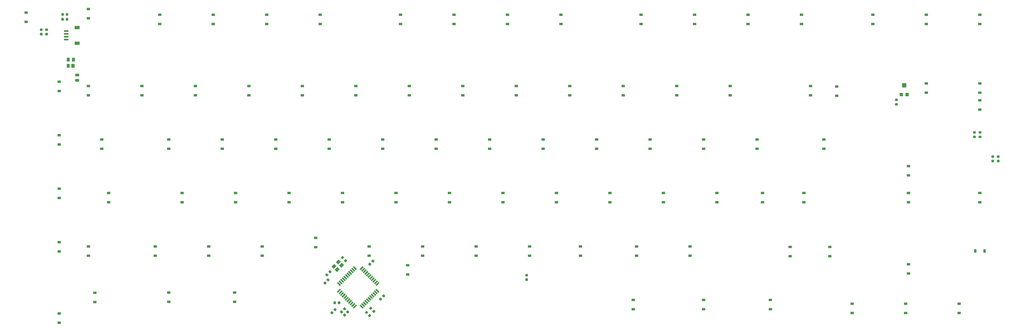
<source format=gbp>
G04 #@! TF.GenerationSoftware,KiCad,Pcbnew,(5.1.4)-1*
G04 #@! TF.CreationDate,2020-03-17T00:39:42-07:00*
G04 #@! TF.ProjectId,mad cat,6d616420-6361-4742-9e6b-696361645f70,rev?*
G04 #@! TF.SameCoordinates,Original*
G04 #@! TF.FileFunction,Paste,Bot*
G04 #@! TF.FilePolarity,Positive*
%FSLAX46Y46*%
G04 Gerber Fmt 4.6, Leading zero omitted, Abs format (unit mm)*
G04 Created by KiCad (PCBNEW (5.1.4)-1) date 2020-03-17 00:39:42*
%MOMM*%
%LPD*%
G04 APERTURE LIST*
%ADD10R,1.200000X0.900000*%
%ADD11R,0.900000X1.200000*%
%ADD12C,0.100000*%
%ADD13C,0.875000*%
%ADD14C,0.550000*%
%ADD15C,1.200000*%
%ADD16C,0.600000*%
%ADD17R,1.200000X1.200000*%
%ADD18R,1.600000X1.500000*%
%ADD19C,1.150000*%
%ADD20R,1.000000X1.400000*%
%ADD21R,1.200000X1.400000*%
%ADD22C,0.975000*%
G04 APERTURE END LIST*
D10*
X141600000Y-104150000D03*
X141600000Y-107450000D03*
D11*
X347100000Y-99050000D03*
X343800000Y-99050000D03*
D10*
X5700000Y-14150000D03*
X5700000Y-17450000D03*
X27925000Y-12875000D03*
X27925000Y-16175000D03*
X53325000Y-14875000D03*
X53325000Y-18175000D03*
X72375000Y-14875000D03*
X72375000Y-18175000D03*
X91425000Y-14875000D03*
X91425000Y-18175000D03*
X110475000Y-14875000D03*
X110475000Y-18175000D03*
X139050000Y-14875000D03*
X139050000Y-18175000D03*
X158100000Y-14875000D03*
X158100000Y-18175000D03*
X177150000Y-14875000D03*
X177150000Y-18175000D03*
X196200000Y-14875000D03*
X196200000Y-18175000D03*
X224775000Y-14875000D03*
X224775000Y-18175000D03*
X243825000Y-14875000D03*
X243825000Y-18175000D03*
X262875000Y-14875000D03*
X262875000Y-18175000D03*
X281925000Y-14875000D03*
X281925000Y-18175000D03*
X307325000Y-14875000D03*
X307325000Y-18175000D03*
X326375000Y-14875000D03*
X326375000Y-18175000D03*
X345425000Y-14875000D03*
X345425000Y-18175000D03*
X17525000Y-38775000D03*
X17525000Y-42075000D03*
X27925000Y-40275000D03*
X27925000Y-43575000D03*
X46975000Y-40275000D03*
X46975000Y-43575000D03*
X66025000Y-40275000D03*
X66025000Y-43575000D03*
X85075000Y-40275000D03*
X85075000Y-43575000D03*
X104125000Y-40275000D03*
X104125000Y-43575000D03*
X123175000Y-40275000D03*
X123175000Y-43575000D03*
X142225000Y-40275000D03*
X142225000Y-43575000D03*
X161275000Y-40275000D03*
X161275000Y-43575000D03*
X180325000Y-40275000D03*
X180325000Y-43575000D03*
X199375000Y-40275000D03*
X199375000Y-43575000D03*
X218425000Y-40275000D03*
X218425000Y-43575000D03*
X237475000Y-40275000D03*
X237475000Y-43575000D03*
X256525000Y-40275000D03*
X256525000Y-43575000D03*
X285100000Y-40275000D03*
X285100000Y-43575000D03*
X326375000Y-39350000D03*
X326375000Y-42650000D03*
X345425000Y-39350000D03*
X345425000Y-42650000D03*
X17525000Y-57825000D03*
X17525000Y-61125000D03*
X32687500Y-59325000D03*
X32687500Y-62625000D03*
X56500000Y-59325000D03*
X56500000Y-62625000D03*
X75550000Y-59325000D03*
X75550000Y-62625000D03*
X94600000Y-59325000D03*
X94600000Y-62625000D03*
X113650000Y-59325000D03*
X113650000Y-62625000D03*
X132700000Y-59325000D03*
X132700000Y-62625000D03*
X151750000Y-59325000D03*
X151750000Y-62625000D03*
X170800000Y-59325000D03*
X170800000Y-62625000D03*
X189850000Y-59325000D03*
X189850000Y-62625000D03*
X208900000Y-59325000D03*
X208900000Y-62625000D03*
X227950000Y-59325000D03*
X227950000Y-62625000D03*
X247000000Y-59325000D03*
X247000000Y-62625000D03*
X266050000Y-59325000D03*
X266050000Y-62625000D03*
X289862500Y-59325000D03*
X289862500Y-62625000D03*
X294481250Y-40418750D03*
X294481250Y-43718750D03*
X345425000Y-45350000D03*
X345425000Y-48650000D03*
X17525000Y-76875000D03*
X17525000Y-80175000D03*
X35068750Y-78375000D03*
X35068750Y-81675000D03*
X61262500Y-78375000D03*
X61262500Y-81675000D03*
X80312500Y-78375000D03*
X80312500Y-81675000D03*
X99362500Y-78375000D03*
X99362500Y-81675000D03*
X118412500Y-78375000D03*
X118412500Y-81675000D03*
X137462500Y-78375000D03*
X137462500Y-81675000D03*
X156512500Y-78375000D03*
X156512500Y-81675000D03*
X175562500Y-78375000D03*
X175562500Y-81675000D03*
X194612500Y-78375000D03*
X194612500Y-81675000D03*
X213662500Y-78375000D03*
X213662500Y-81675000D03*
X232712500Y-78375000D03*
X232712500Y-81675000D03*
X251762500Y-78375000D03*
X251762500Y-81675000D03*
X268000000Y-78375000D03*
X268000000Y-81675000D03*
X282718750Y-78375000D03*
X282718750Y-81675000D03*
X320025000Y-68850000D03*
X320025000Y-72150000D03*
X345425000Y-78350000D03*
X345425000Y-81650000D03*
X17525000Y-95925000D03*
X17525000Y-99225000D03*
X27925000Y-97425000D03*
X27925000Y-100725000D03*
X51737500Y-97425000D03*
X51737500Y-100725000D03*
X70787500Y-97425000D03*
X70787500Y-100725000D03*
X89837500Y-97425000D03*
X89837500Y-100725000D03*
X108887500Y-94425000D03*
X108887500Y-97725000D03*
X127937500Y-97425000D03*
X127937500Y-100725000D03*
X146987500Y-97425000D03*
X146987500Y-100725000D03*
X166037500Y-97425000D03*
X166037500Y-100725000D03*
X185087500Y-97425000D03*
X185087500Y-100725000D03*
X203137500Y-97425000D03*
X203137500Y-100725000D03*
X223187500Y-97425000D03*
X223187500Y-100725000D03*
X242237500Y-97425000D03*
X242237500Y-100725000D03*
X277812500Y-97568750D03*
X277812500Y-100868750D03*
X292000000Y-97568750D03*
X292000000Y-100868750D03*
X320025000Y-78375000D03*
X320025000Y-81675000D03*
X320025000Y-103775000D03*
X320025000Y-107075000D03*
X17500000Y-121350000D03*
X17500000Y-124650000D03*
X30187500Y-113975000D03*
X30187500Y-117275000D03*
X56500000Y-113850000D03*
X56500000Y-117150000D03*
X80000000Y-113850000D03*
X80000000Y-117150000D03*
X222000000Y-116475000D03*
X222000000Y-119775000D03*
X247000000Y-116475000D03*
X247000000Y-119775000D03*
X270812500Y-116475000D03*
X270812500Y-119775000D03*
X299975000Y-117825000D03*
X299975000Y-121125000D03*
X319025000Y-117825000D03*
X319025000Y-121125000D03*
X338075000Y-117825000D03*
X338075000Y-121125000D03*
D12*
G36*
X112838077Y-107003274D02*
G01*
X112859312Y-107006424D01*
X112880136Y-107011640D01*
X112900348Y-107018872D01*
X112919754Y-107028051D01*
X112938167Y-107039087D01*
X112955410Y-107051875D01*
X112971316Y-107066291D01*
X113333709Y-107428684D01*
X113348125Y-107444590D01*
X113360913Y-107461833D01*
X113371949Y-107480246D01*
X113381128Y-107499652D01*
X113388360Y-107519864D01*
X113393576Y-107540688D01*
X113396726Y-107561923D01*
X113397779Y-107583364D01*
X113396726Y-107604805D01*
X113393576Y-107626040D01*
X113388360Y-107646864D01*
X113381128Y-107667076D01*
X113371949Y-107686482D01*
X113360913Y-107704895D01*
X113348125Y-107722138D01*
X113333709Y-107738044D01*
X113024350Y-108047403D01*
X113008444Y-108061819D01*
X112991201Y-108074607D01*
X112972788Y-108085643D01*
X112953382Y-108094822D01*
X112933170Y-108102054D01*
X112912346Y-108107270D01*
X112891111Y-108110420D01*
X112869670Y-108111473D01*
X112848229Y-108110420D01*
X112826994Y-108107270D01*
X112806170Y-108102054D01*
X112785958Y-108094822D01*
X112766552Y-108085643D01*
X112748139Y-108074607D01*
X112730896Y-108061819D01*
X112714990Y-108047403D01*
X112352597Y-107685010D01*
X112338181Y-107669104D01*
X112325393Y-107651861D01*
X112314357Y-107633448D01*
X112305178Y-107614042D01*
X112297946Y-107593830D01*
X112292730Y-107573006D01*
X112289580Y-107551771D01*
X112288527Y-107530330D01*
X112289580Y-107508889D01*
X112292730Y-107487654D01*
X112297946Y-107466830D01*
X112305178Y-107446618D01*
X112314357Y-107427212D01*
X112325393Y-107408799D01*
X112338181Y-107391556D01*
X112352597Y-107375650D01*
X112661956Y-107066291D01*
X112677862Y-107051875D01*
X112695105Y-107039087D01*
X112713518Y-107028051D01*
X112732924Y-107018872D01*
X112753136Y-107011640D01*
X112773960Y-107006424D01*
X112795195Y-107003274D01*
X112816636Y-107002221D01*
X112838077Y-107003274D01*
X112838077Y-107003274D01*
G37*
D13*
X112843153Y-107556847D03*
D12*
G36*
X113951771Y-105889580D02*
G01*
X113973006Y-105892730D01*
X113993830Y-105897946D01*
X114014042Y-105905178D01*
X114033448Y-105914357D01*
X114051861Y-105925393D01*
X114069104Y-105938181D01*
X114085010Y-105952597D01*
X114447403Y-106314990D01*
X114461819Y-106330896D01*
X114474607Y-106348139D01*
X114485643Y-106366552D01*
X114494822Y-106385958D01*
X114502054Y-106406170D01*
X114507270Y-106426994D01*
X114510420Y-106448229D01*
X114511473Y-106469670D01*
X114510420Y-106491111D01*
X114507270Y-106512346D01*
X114502054Y-106533170D01*
X114494822Y-106553382D01*
X114485643Y-106572788D01*
X114474607Y-106591201D01*
X114461819Y-106608444D01*
X114447403Y-106624350D01*
X114138044Y-106933709D01*
X114122138Y-106948125D01*
X114104895Y-106960913D01*
X114086482Y-106971949D01*
X114067076Y-106981128D01*
X114046864Y-106988360D01*
X114026040Y-106993576D01*
X114004805Y-106996726D01*
X113983364Y-106997779D01*
X113961923Y-106996726D01*
X113940688Y-106993576D01*
X113919864Y-106988360D01*
X113899652Y-106981128D01*
X113880246Y-106971949D01*
X113861833Y-106960913D01*
X113844590Y-106948125D01*
X113828684Y-106933709D01*
X113466291Y-106571316D01*
X113451875Y-106555410D01*
X113439087Y-106538167D01*
X113428051Y-106519754D01*
X113418872Y-106500348D01*
X113411640Y-106480136D01*
X113406424Y-106459312D01*
X113403274Y-106438077D01*
X113402221Y-106416636D01*
X113403274Y-106395195D01*
X113406424Y-106373960D01*
X113411640Y-106353136D01*
X113418872Y-106332924D01*
X113428051Y-106313518D01*
X113439087Y-106295105D01*
X113451875Y-106277862D01*
X113466291Y-106261956D01*
X113775650Y-105952597D01*
X113791556Y-105938181D01*
X113808799Y-105925393D01*
X113827212Y-105914357D01*
X113846618Y-105905178D01*
X113866830Y-105897946D01*
X113887654Y-105892730D01*
X113908889Y-105889580D01*
X113930330Y-105888527D01*
X113951771Y-105889580D01*
X113951771Y-105889580D01*
G37*
D13*
X113956847Y-106443153D03*
D14*
X125202082Y-118858936D03*
D12*
G36*
X124477298Y-118523060D02*
G01*
X124866206Y-118134152D01*
X125926866Y-119194812D01*
X125537958Y-119583720D01*
X124477298Y-118523060D01*
X124477298Y-118523060D01*
G37*
D14*
X125767767Y-118293250D03*
D12*
G36*
X125042983Y-117957374D02*
G01*
X125431891Y-117568466D01*
X126492551Y-118629126D01*
X126103643Y-119018034D01*
X125042983Y-117957374D01*
X125042983Y-117957374D01*
G37*
D14*
X126333452Y-117727565D03*
D12*
G36*
X125608668Y-117391689D02*
G01*
X125997576Y-117002781D01*
X127058236Y-118063441D01*
X126669328Y-118452349D01*
X125608668Y-117391689D01*
X125608668Y-117391689D01*
G37*
D14*
X126899138Y-117161880D03*
D12*
G36*
X126174354Y-116826004D02*
G01*
X126563262Y-116437096D01*
X127623922Y-117497756D01*
X127235014Y-117886664D01*
X126174354Y-116826004D01*
X126174354Y-116826004D01*
G37*
D14*
X127464823Y-116596194D03*
D12*
G36*
X126740039Y-116260318D02*
G01*
X127128947Y-115871410D01*
X128189607Y-116932070D01*
X127800699Y-117320978D01*
X126740039Y-116260318D01*
X126740039Y-116260318D01*
G37*
D14*
X128030509Y-116030509D03*
D12*
G36*
X127305725Y-115694633D02*
G01*
X127694633Y-115305725D01*
X128755293Y-116366385D01*
X128366385Y-116755293D01*
X127305725Y-115694633D01*
X127305725Y-115694633D01*
G37*
D14*
X128596194Y-115464823D03*
D12*
G36*
X127871410Y-115128947D02*
G01*
X128260318Y-114740039D01*
X129320978Y-115800699D01*
X128932070Y-116189607D01*
X127871410Y-115128947D01*
X127871410Y-115128947D01*
G37*
D14*
X129161880Y-114899138D03*
D12*
G36*
X128437096Y-114563262D02*
G01*
X128826004Y-114174354D01*
X129886664Y-115235014D01*
X129497756Y-115623922D01*
X128437096Y-114563262D01*
X128437096Y-114563262D01*
G37*
D14*
X129727565Y-114333452D03*
D12*
G36*
X129002781Y-113997576D02*
G01*
X129391689Y-113608668D01*
X130452349Y-114669328D01*
X130063441Y-115058236D01*
X129002781Y-113997576D01*
X129002781Y-113997576D01*
G37*
D14*
X130293250Y-113767767D03*
D12*
G36*
X129568466Y-113431891D02*
G01*
X129957374Y-113042983D01*
X131018034Y-114103643D01*
X130629126Y-114492551D01*
X129568466Y-113431891D01*
X129568466Y-113431891D01*
G37*
D14*
X130858936Y-113202082D03*
D12*
G36*
X130134152Y-112866206D02*
G01*
X130523060Y-112477298D01*
X131583720Y-113537958D01*
X131194812Y-113926866D01*
X130134152Y-112866206D01*
X130134152Y-112866206D01*
G37*
D14*
X130858936Y-110797918D03*
D12*
G36*
X130523060Y-111522702D02*
G01*
X130134152Y-111133794D01*
X131194812Y-110073134D01*
X131583720Y-110462042D01*
X130523060Y-111522702D01*
X130523060Y-111522702D01*
G37*
D14*
X130293250Y-110232233D03*
D12*
G36*
X129957374Y-110957017D02*
G01*
X129568466Y-110568109D01*
X130629126Y-109507449D01*
X131018034Y-109896357D01*
X129957374Y-110957017D01*
X129957374Y-110957017D01*
G37*
D14*
X129727565Y-109666548D03*
D12*
G36*
X129391689Y-110391332D02*
G01*
X129002781Y-110002424D01*
X130063441Y-108941764D01*
X130452349Y-109330672D01*
X129391689Y-110391332D01*
X129391689Y-110391332D01*
G37*
D14*
X129161880Y-109100862D03*
D12*
G36*
X128826004Y-109825646D02*
G01*
X128437096Y-109436738D01*
X129497756Y-108376078D01*
X129886664Y-108764986D01*
X128826004Y-109825646D01*
X128826004Y-109825646D01*
G37*
D14*
X128596194Y-108535177D03*
D12*
G36*
X128260318Y-109259961D02*
G01*
X127871410Y-108871053D01*
X128932070Y-107810393D01*
X129320978Y-108199301D01*
X128260318Y-109259961D01*
X128260318Y-109259961D01*
G37*
D14*
X128030509Y-107969491D03*
D12*
G36*
X127694633Y-108694275D02*
G01*
X127305725Y-108305367D01*
X128366385Y-107244707D01*
X128755293Y-107633615D01*
X127694633Y-108694275D01*
X127694633Y-108694275D01*
G37*
D14*
X127464823Y-107403806D03*
D12*
G36*
X127128947Y-108128590D02*
G01*
X126740039Y-107739682D01*
X127800699Y-106679022D01*
X128189607Y-107067930D01*
X127128947Y-108128590D01*
X127128947Y-108128590D01*
G37*
D14*
X126899138Y-106838120D03*
D12*
G36*
X126563262Y-107562904D02*
G01*
X126174354Y-107173996D01*
X127235014Y-106113336D01*
X127623922Y-106502244D01*
X126563262Y-107562904D01*
X126563262Y-107562904D01*
G37*
D14*
X126333452Y-106272435D03*
D12*
G36*
X125997576Y-106997219D02*
G01*
X125608668Y-106608311D01*
X126669328Y-105547651D01*
X127058236Y-105936559D01*
X125997576Y-106997219D01*
X125997576Y-106997219D01*
G37*
D14*
X125767767Y-105706750D03*
D12*
G36*
X125431891Y-106431534D02*
G01*
X125042983Y-106042626D01*
X126103643Y-104981966D01*
X126492551Y-105370874D01*
X125431891Y-106431534D01*
X125431891Y-106431534D01*
G37*
D14*
X125202082Y-105141064D03*
D12*
G36*
X124866206Y-105865848D02*
G01*
X124477298Y-105476940D01*
X125537958Y-104416280D01*
X125926866Y-104805188D01*
X124866206Y-105865848D01*
X124866206Y-105865848D01*
G37*
D14*
X122797918Y-105141064D03*
D12*
G36*
X122073134Y-104805188D02*
G01*
X122462042Y-104416280D01*
X123522702Y-105476940D01*
X123133794Y-105865848D01*
X122073134Y-104805188D01*
X122073134Y-104805188D01*
G37*
D14*
X122232233Y-105706750D03*
D12*
G36*
X121507449Y-105370874D02*
G01*
X121896357Y-104981966D01*
X122957017Y-106042626D01*
X122568109Y-106431534D01*
X121507449Y-105370874D01*
X121507449Y-105370874D01*
G37*
D14*
X121666548Y-106272435D03*
D12*
G36*
X120941764Y-105936559D02*
G01*
X121330672Y-105547651D01*
X122391332Y-106608311D01*
X122002424Y-106997219D01*
X120941764Y-105936559D01*
X120941764Y-105936559D01*
G37*
D14*
X121100862Y-106838120D03*
D12*
G36*
X120376078Y-106502244D02*
G01*
X120764986Y-106113336D01*
X121825646Y-107173996D01*
X121436738Y-107562904D01*
X120376078Y-106502244D01*
X120376078Y-106502244D01*
G37*
D14*
X120535177Y-107403806D03*
D12*
G36*
X119810393Y-107067930D02*
G01*
X120199301Y-106679022D01*
X121259961Y-107739682D01*
X120871053Y-108128590D01*
X119810393Y-107067930D01*
X119810393Y-107067930D01*
G37*
D14*
X119969491Y-107969491D03*
D12*
G36*
X119244707Y-107633615D02*
G01*
X119633615Y-107244707D01*
X120694275Y-108305367D01*
X120305367Y-108694275D01*
X119244707Y-107633615D01*
X119244707Y-107633615D01*
G37*
D14*
X119403806Y-108535177D03*
D12*
G36*
X118679022Y-108199301D02*
G01*
X119067930Y-107810393D01*
X120128590Y-108871053D01*
X119739682Y-109259961D01*
X118679022Y-108199301D01*
X118679022Y-108199301D01*
G37*
D14*
X118838120Y-109100862D03*
D12*
G36*
X118113336Y-108764986D02*
G01*
X118502244Y-108376078D01*
X119562904Y-109436738D01*
X119173996Y-109825646D01*
X118113336Y-108764986D01*
X118113336Y-108764986D01*
G37*
D14*
X118272435Y-109666548D03*
D12*
G36*
X117547651Y-109330672D02*
G01*
X117936559Y-108941764D01*
X118997219Y-110002424D01*
X118608311Y-110391332D01*
X117547651Y-109330672D01*
X117547651Y-109330672D01*
G37*
D14*
X117706750Y-110232233D03*
D12*
G36*
X116981966Y-109896357D02*
G01*
X117370874Y-109507449D01*
X118431534Y-110568109D01*
X118042626Y-110957017D01*
X116981966Y-109896357D01*
X116981966Y-109896357D01*
G37*
D14*
X117141064Y-110797918D03*
D12*
G36*
X116416280Y-110462042D02*
G01*
X116805188Y-110073134D01*
X117865848Y-111133794D01*
X117476940Y-111522702D01*
X116416280Y-110462042D01*
X116416280Y-110462042D01*
G37*
D14*
X117141064Y-113202082D03*
D12*
G36*
X116805188Y-113926866D02*
G01*
X116416280Y-113537958D01*
X117476940Y-112477298D01*
X117865848Y-112866206D01*
X116805188Y-113926866D01*
X116805188Y-113926866D01*
G37*
D14*
X117706750Y-113767767D03*
D12*
G36*
X117370874Y-114492551D02*
G01*
X116981966Y-114103643D01*
X118042626Y-113042983D01*
X118431534Y-113431891D01*
X117370874Y-114492551D01*
X117370874Y-114492551D01*
G37*
D14*
X118272435Y-114333452D03*
D12*
G36*
X117936559Y-115058236D02*
G01*
X117547651Y-114669328D01*
X118608311Y-113608668D01*
X118997219Y-113997576D01*
X117936559Y-115058236D01*
X117936559Y-115058236D01*
G37*
D14*
X118838120Y-114899138D03*
D12*
G36*
X118502244Y-115623922D02*
G01*
X118113336Y-115235014D01*
X119173996Y-114174354D01*
X119562904Y-114563262D01*
X118502244Y-115623922D01*
X118502244Y-115623922D01*
G37*
D14*
X119403806Y-115464823D03*
D12*
G36*
X119067930Y-116189607D02*
G01*
X118679022Y-115800699D01*
X119739682Y-114740039D01*
X120128590Y-115128947D01*
X119067930Y-116189607D01*
X119067930Y-116189607D01*
G37*
D14*
X119969491Y-116030509D03*
D12*
G36*
X119633615Y-116755293D02*
G01*
X119244707Y-116366385D01*
X120305367Y-115305725D01*
X120694275Y-115694633D01*
X119633615Y-116755293D01*
X119633615Y-116755293D01*
G37*
D14*
X120535177Y-116596194D03*
D12*
G36*
X120199301Y-117320978D02*
G01*
X119810393Y-116932070D01*
X120871053Y-115871410D01*
X121259961Y-116260318D01*
X120199301Y-117320978D01*
X120199301Y-117320978D01*
G37*
D14*
X121100862Y-117161880D03*
D12*
G36*
X120764986Y-117886664D02*
G01*
X120376078Y-117497756D01*
X121436738Y-116437096D01*
X121825646Y-116826004D01*
X120764986Y-117886664D01*
X120764986Y-117886664D01*
G37*
D14*
X121666548Y-117727565D03*
D12*
G36*
X121330672Y-118452349D02*
G01*
X120941764Y-118063441D01*
X122002424Y-117002781D01*
X122391332Y-117391689D01*
X121330672Y-118452349D01*
X121330672Y-118452349D01*
G37*
D14*
X122232233Y-118293250D03*
D12*
G36*
X121896357Y-119018034D02*
G01*
X121507449Y-118629126D01*
X122568109Y-117568466D01*
X122957017Y-117957374D01*
X121896357Y-119018034D01*
X121896357Y-119018034D01*
G37*
D14*
X122797918Y-118858936D03*
D12*
G36*
X122462042Y-119583720D02*
G01*
X122073134Y-119194812D01*
X123133794Y-118134152D01*
X123522702Y-118523060D01*
X122462042Y-119583720D01*
X122462042Y-119583720D01*
G37*
G36*
X24549505Y-24426204D02*
G01*
X24573773Y-24429804D01*
X24597572Y-24435765D01*
X24620671Y-24444030D01*
X24642850Y-24454520D01*
X24663893Y-24467132D01*
X24683599Y-24481747D01*
X24701777Y-24498223D01*
X24718253Y-24516401D01*
X24732868Y-24536107D01*
X24745480Y-24557150D01*
X24755970Y-24579329D01*
X24764235Y-24602428D01*
X24770196Y-24626227D01*
X24773796Y-24650495D01*
X24775000Y-24674999D01*
X24775000Y-25375001D01*
X24773796Y-25399505D01*
X24770196Y-25423773D01*
X24764235Y-25447572D01*
X24755970Y-25470671D01*
X24745480Y-25492850D01*
X24732868Y-25513893D01*
X24718253Y-25533599D01*
X24701777Y-25551777D01*
X24683599Y-25568253D01*
X24663893Y-25582868D01*
X24642850Y-25595480D01*
X24620671Y-25605970D01*
X24597572Y-25614235D01*
X24573773Y-25620196D01*
X24549505Y-25623796D01*
X24525001Y-25625000D01*
X23224999Y-25625000D01*
X23200495Y-25623796D01*
X23176227Y-25620196D01*
X23152428Y-25614235D01*
X23129329Y-25605970D01*
X23107150Y-25595480D01*
X23086107Y-25582868D01*
X23066401Y-25568253D01*
X23048223Y-25551777D01*
X23031747Y-25533599D01*
X23017132Y-25513893D01*
X23004520Y-25492850D01*
X22994030Y-25470671D01*
X22985765Y-25447572D01*
X22979804Y-25423773D01*
X22976204Y-25399505D01*
X22975000Y-25375001D01*
X22975000Y-24674999D01*
X22976204Y-24650495D01*
X22979804Y-24626227D01*
X22985765Y-24602428D01*
X22994030Y-24579329D01*
X23004520Y-24557150D01*
X23017132Y-24536107D01*
X23031747Y-24516401D01*
X23048223Y-24498223D01*
X23066401Y-24481747D01*
X23086107Y-24467132D01*
X23107150Y-24454520D01*
X23129329Y-24444030D01*
X23152428Y-24435765D01*
X23176227Y-24429804D01*
X23200495Y-24426204D01*
X23224999Y-24425000D01*
X24525001Y-24425000D01*
X24549505Y-24426204D01*
X24549505Y-24426204D01*
G37*
D15*
X23875000Y-25025000D03*
D12*
G36*
X24549505Y-18826204D02*
G01*
X24573773Y-18829804D01*
X24597572Y-18835765D01*
X24620671Y-18844030D01*
X24642850Y-18854520D01*
X24663893Y-18867132D01*
X24683599Y-18881747D01*
X24701777Y-18898223D01*
X24718253Y-18916401D01*
X24732868Y-18936107D01*
X24745480Y-18957150D01*
X24755970Y-18979329D01*
X24764235Y-19002428D01*
X24770196Y-19026227D01*
X24773796Y-19050495D01*
X24775000Y-19074999D01*
X24775000Y-19775001D01*
X24773796Y-19799505D01*
X24770196Y-19823773D01*
X24764235Y-19847572D01*
X24755970Y-19870671D01*
X24745480Y-19892850D01*
X24732868Y-19913893D01*
X24718253Y-19933599D01*
X24701777Y-19951777D01*
X24683599Y-19968253D01*
X24663893Y-19982868D01*
X24642850Y-19995480D01*
X24620671Y-20005970D01*
X24597572Y-20014235D01*
X24573773Y-20020196D01*
X24549505Y-20023796D01*
X24525001Y-20025000D01*
X23224999Y-20025000D01*
X23200495Y-20023796D01*
X23176227Y-20020196D01*
X23152428Y-20014235D01*
X23129329Y-20005970D01*
X23107150Y-19995480D01*
X23086107Y-19982868D01*
X23066401Y-19968253D01*
X23048223Y-19951777D01*
X23031747Y-19933599D01*
X23017132Y-19913893D01*
X23004520Y-19892850D01*
X22994030Y-19870671D01*
X22985765Y-19847572D01*
X22979804Y-19823773D01*
X22976204Y-19799505D01*
X22975000Y-19775001D01*
X22975000Y-19074999D01*
X22976204Y-19050495D01*
X22979804Y-19026227D01*
X22985765Y-19002428D01*
X22994030Y-18979329D01*
X23004520Y-18957150D01*
X23017132Y-18936107D01*
X23031747Y-18916401D01*
X23048223Y-18898223D01*
X23066401Y-18881747D01*
X23086107Y-18867132D01*
X23107150Y-18854520D01*
X23129329Y-18844030D01*
X23152428Y-18835765D01*
X23176227Y-18829804D01*
X23200495Y-18826204D01*
X23224999Y-18825000D01*
X24525001Y-18825000D01*
X24549505Y-18826204D01*
X24549505Y-18826204D01*
G37*
D15*
X23875000Y-19425000D03*
D12*
G36*
X20639703Y-23425722D02*
G01*
X20654264Y-23427882D01*
X20668543Y-23431459D01*
X20682403Y-23436418D01*
X20695710Y-23442712D01*
X20708336Y-23450280D01*
X20720159Y-23459048D01*
X20731066Y-23468934D01*
X20740952Y-23479841D01*
X20749720Y-23491664D01*
X20757288Y-23504290D01*
X20763582Y-23517597D01*
X20768541Y-23531457D01*
X20772118Y-23545736D01*
X20774278Y-23560297D01*
X20775000Y-23575000D01*
X20775000Y-23875000D01*
X20774278Y-23889703D01*
X20772118Y-23904264D01*
X20768541Y-23918543D01*
X20763582Y-23932403D01*
X20757288Y-23945710D01*
X20749720Y-23958336D01*
X20740952Y-23970159D01*
X20731066Y-23981066D01*
X20720159Y-23990952D01*
X20708336Y-23999720D01*
X20695710Y-24007288D01*
X20682403Y-24013582D01*
X20668543Y-24018541D01*
X20654264Y-24022118D01*
X20639703Y-24024278D01*
X20625000Y-24025000D01*
X19375000Y-24025000D01*
X19360297Y-24024278D01*
X19345736Y-24022118D01*
X19331457Y-24018541D01*
X19317597Y-24013582D01*
X19304290Y-24007288D01*
X19291664Y-23999720D01*
X19279841Y-23990952D01*
X19268934Y-23981066D01*
X19259048Y-23970159D01*
X19250280Y-23958336D01*
X19242712Y-23945710D01*
X19236418Y-23932403D01*
X19231459Y-23918543D01*
X19227882Y-23904264D01*
X19225722Y-23889703D01*
X19225000Y-23875000D01*
X19225000Y-23575000D01*
X19225722Y-23560297D01*
X19227882Y-23545736D01*
X19231459Y-23531457D01*
X19236418Y-23517597D01*
X19242712Y-23504290D01*
X19250280Y-23491664D01*
X19259048Y-23479841D01*
X19268934Y-23468934D01*
X19279841Y-23459048D01*
X19291664Y-23450280D01*
X19304290Y-23442712D01*
X19317597Y-23436418D01*
X19331457Y-23431459D01*
X19345736Y-23427882D01*
X19360297Y-23425722D01*
X19375000Y-23425000D01*
X20625000Y-23425000D01*
X20639703Y-23425722D01*
X20639703Y-23425722D01*
G37*
D16*
X20000000Y-23725000D03*
D12*
G36*
X20639703Y-22425722D02*
G01*
X20654264Y-22427882D01*
X20668543Y-22431459D01*
X20682403Y-22436418D01*
X20695710Y-22442712D01*
X20708336Y-22450280D01*
X20720159Y-22459048D01*
X20731066Y-22468934D01*
X20740952Y-22479841D01*
X20749720Y-22491664D01*
X20757288Y-22504290D01*
X20763582Y-22517597D01*
X20768541Y-22531457D01*
X20772118Y-22545736D01*
X20774278Y-22560297D01*
X20775000Y-22575000D01*
X20775000Y-22875000D01*
X20774278Y-22889703D01*
X20772118Y-22904264D01*
X20768541Y-22918543D01*
X20763582Y-22932403D01*
X20757288Y-22945710D01*
X20749720Y-22958336D01*
X20740952Y-22970159D01*
X20731066Y-22981066D01*
X20720159Y-22990952D01*
X20708336Y-22999720D01*
X20695710Y-23007288D01*
X20682403Y-23013582D01*
X20668543Y-23018541D01*
X20654264Y-23022118D01*
X20639703Y-23024278D01*
X20625000Y-23025000D01*
X19375000Y-23025000D01*
X19360297Y-23024278D01*
X19345736Y-23022118D01*
X19331457Y-23018541D01*
X19317597Y-23013582D01*
X19304290Y-23007288D01*
X19291664Y-22999720D01*
X19279841Y-22990952D01*
X19268934Y-22981066D01*
X19259048Y-22970159D01*
X19250280Y-22958336D01*
X19242712Y-22945710D01*
X19236418Y-22932403D01*
X19231459Y-22918543D01*
X19227882Y-22904264D01*
X19225722Y-22889703D01*
X19225000Y-22875000D01*
X19225000Y-22575000D01*
X19225722Y-22560297D01*
X19227882Y-22545736D01*
X19231459Y-22531457D01*
X19236418Y-22517597D01*
X19242712Y-22504290D01*
X19250280Y-22491664D01*
X19259048Y-22479841D01*
X19268934Y-22468934D01*
X19279841Y-22459048D01*
X19291664Y-22450280D01*
X19304290Y-22442712D01*
X19317597Y-22436418D01*
X19331457Y-22431459D01*
X19345736Y-22427882D01*
X19360297Y-22425722D01*
X19375000Y-22425000D01*
X20625000Y-22425000D01*
X20639703Y-22425722D01*
X20639703Y-22425722D01*
G37*
D16*
X20000000Y-22725000D03*
D12*
G36*
X20639703Y-21425722D02*
G01*
X20654264Y-21427882D01*
X20668543Y-21431459D01*
X20682403Y-21436418D01*
X20695710Y-21442712D01*
X20708336Y-21450280D01*
X20720159Y-21459048D01*
X20731066Y-21468934D01*
X20740952Y-21479841D01*
X20749720Y-21491664D01*
X20757288Y-21504290D01*
X20763582Y-21517597D01*
X20768541Y-21531457D01*
X20772118Y-21545736D01*
X20774278Y-21560297D01*
X20775000Y-21575000D01*
X20775000Y-21875000D01*
X20774278Y-21889703D01*
X20772118Y-21904264D01*
X20768541Y-21918543D01*
X20763582Y-21932403D01*
X20757288Y-21945710D01*
X20749720Y-21958336D01*
X20740952Y-21970159D01*
X20731066Y-21981066D01*
X20720159Y-21990952D01*
X20708336Y-21999720D01*
X20695710Y-22007288D01*
X20682403Y-22013582D01*
X20668543Y-22018541D01*
X20654264Y-22022118D01*
X20639703Y-22024278D01*
X20625000Y-22025000D01*
X19375000Y-22025000D01*
X19360297Y-22024278D01*
X19345736Y-22022118D01*
X19331457Y-22018541D01*
X19317597Y-22013582D01*
X19304290Y-22007288D01*
X19291664Y-21999720D01*
X19279841Y-21990952D01*
X19268934Y-21981066D01*
X19259048Y-21970159D01*
X19250280Y-21958336D01*
X19242712Y-21945710D01*
X19236418Y-21932403D01*
X19231459Y-21918543D01*
X19227882Y-21904264D01*
X19225722Y-21889703D01*
X19225000Y-21875000D01*
X19225000Y-21575000D01*
X19225722Y-21560297D01*
X19227882Y-21545736D01*
X19231459Y-21531457D01*
X19236418Y-21517597D01*
X19242712Y-21504290D01*
X19250280Y-21491664D01*
X19259048Y-21479841D01*
X19268934Y-21468934D01*
X19279841Y-21459048D01*
X19291664Y-21450280D01*
X19304290Y-21442712D01*
X19317597Y-21436418D01*
X19331457Y-21431459D01*
X19345736Y-21427882D01*
X19360297Y-21425722D01*
X19375000Y-21425000D01*
X20625000Y-21425000D01*
X20639703Y-21425722D01*
X20639703Y-21425722D01*
G37*
D16*
X20000000Y-21725000D03*
D12*
G36*
X20639703Y-20425722D02*
G01*
X20654264Y-20427882D01*
X20668543Y-20431459D01*
X20682403Y-20436418D01*
X20695710Y-20442712D01*
X20708336Y-20450280D01*
X20720159Y-20459048D01*
X20731066Y-20468934D01*
X20740952Y-20479841D01*
X20749720Y-20491664D01*
X20757288Y-20504290D01*
X20763582Y-20517597D01*
X20768541Y-20531457D01*
X20772118Y-20545736D01*
X20774278Y-20560297D01*
X20775000Y-20575000D01*
X20775000Y-20875000D01*
X20774278Y-20889703D01*
X20772118Y-20904264D01*
X20768541Y-20918543D01*
X20763582Y-20932403D01*
X20757288Y-20945710D01*
X20749720Y-20958336D01*
X20740952Y-20970159D01*
X20731066Y-20981066D01*
X20720159Y-20990952D01*
X20708336Y-20999720D01*
X20695710Y-21007288D01*
X20682403Y-21013582D01*
X20668543Y-21018541D01*
X20654264Y-21022118D01*
X20639703Y-21024278D01*
X20625000Y-21025000D01*
X19375000Y-21025000D01*
X19360297Y-21024278D01*
X19345736Y-21022118D01*
X19331457Y-21018541D01*
X19317597Y-21013582D01*
X19304290Y-21007288D01*
X19291664Y-20999720D01*
X19279841Y-20990952D01*
X19268934Y-20981066D01*
X19259048Y-20970159D01*
X19250280Y-20958336D01*
X19242712Y-20945710D01*
X19236418Y-20932403D01*
X19231459Y-20918543D01*
X19227882Y-20904264D01*
X19225722Y-20889703D01*
X19225000Y-20875000D01*
X19225000Y-20575000D01*
X19225722Y-20560297D01*
X19227882Y-20545736D01*
X19231459Y-20531457D01*
X19236418Y-20517597D01*
X19242712Y-20504290D01*
X19250280Y-20491664D01*
X19259048Y-20479841D01*
X19268934Y-20468934D01*
X19279841Y-20459048D01*
X19291664Y-20450280D01*
X19304290Y-20442712D01*
X19317597Y-20436418D01*
X19331457Y-20431459D01*
X19345736Y-20427882D01*
X19360297Y-20425722D01*
X19375000Y-20425000D01*
X20625000Y-20425000D01*
X20639703Y-20425722D01*
X20639703Y-20425722D01*
G37*
D16*
X20000000Y-20725000D03*
D12*
G36*
X112138077Y-109903274D02*
G01*
X112159312Y-109906424D01*
X112180136Y-109911640D01*
X112200348Y-109918872D01*
X112219754Y-109928051D01*
X112238167Y-109939087D01*
X112255410Y-109951875D01*
X112271316Y-109966291D01*
X112633709Y-110328684D01*
X112648125Y-110344590D01*
X112660913Y-110361833D01*
X112671949Y-110380246D01*
X112681128Y-110399652D01*
X112688360Y-110419864D01*
X112693576Y-110440688D01*
X112696726Y-110461923D01*
X112697779Y-110483364D01*
X112696726Y-110504805D01*
X112693576Y-110526040D01*
X112688360Y-110546864D01*
X112681128Y-110567076D01*
X112671949Y-110586482D01*
X112660913Y-110604895D01*
X112648125Y-110622138D01*
X112633709Y-110638044D01*
X112324350Y-110947403D01*
X112308444Y-110961819D01*
X112291201Y-110974607D01*
X112272788Y-110985643D01*
X112253382Y-110994822D01*
X112233170Y-111002054D01*
X112212346Y-111007270D01*
X112191111Y-111010420D01*
X112169670Y-111011473D01*
X112148229Y-111010420D01*
X112126994Y-111007270D01*
X112106170Y-111002054D01*
X112085958Y-110994822D01*
X112066552Y-110985643D01*
X112048139Y-110974607D01*
X112030896Y-110961819D01*
X112014990Y-110947403D01*
X111652597Y-110585010D01*
X111638181Y-110569104D01*
X111625393Y-110551861D01*
X111614357Y-110533448D01*
X111605178Y-110514042D01*
X111597946Y-110493830D01*
X111592730Y-110473006D01*
X111589580Y-110451771D01*
X111588527Y-110430330D01*
X111589580Y-110408889D01*
X111592730Y-110387654D01*
X111597946Y-110366830D01*
X111605178Y-110346618D01*
X111614357Y-110327212D01*
X111625393Y-110308799D01*
X111638181Y-110291556D01*
X111652597Y-110275650D01*
X111961956Y-109966291D01*
X111977862Y-109951875D01*
X111995105Y-109939087D01*
X112013518Y-109928051D01*
X112032924Y-109918872D01*
X112053136Y-109911640D01*
X112073960Y-109906424D01*
X112095195Y-109903274D01*
X112116636Y-109902221D01*
X112138077Y-109903274D01*
X112138077Y-109903274D01*
G37*
D13*
X112143153Y-110456847D03*
D12*
G36*
X113251771Y-108789580D02*
G01*
X113273006Y-108792730D01*
X113293830Y-108797946D01*
X113314042Y-108805178D01*
X113333448Y-108814357D01*
X113351861Y-108825393D01*
X113369104Y-108838181D01*
X113385010Y-108852597D01*
X113747403Y-109214990D01*
X113761819Y-109230896D01*
X113774607Y-109248139D01*
X113785643Y-109266552D01*
X113794822Y-109285958D01*
X113802054Y-109306170D01*
X113807270Y-109326994D01*
X113810420Y-109348229D01*
X113811473Y-109369670D01*
X113810420Y-109391111D01*
X113807270Y-109412346D01*
X113802054Y-109433170D01*
X113794822Y-109453382D01*
X113785643Y-109472788D01*
X113774607Y-109491201D01*
X113761819Y-109508444D01*
X113747403Y-109524350D01*
X113438044Y-109833709D01*
X113422138Y-109848125D01*
X113404895Y-109860913D01*
X113386482Y-109871949D01*
X113367076Y-109881128D01*
X113346864Y-109888360D01*
X113326040Y-109893576D01*
X113304805Y-109896726D01*
X113283364Y-109897779D01*
X113261923Y-109896726D01*
X113240688Y-109893576D01*
X113219864Y-109888360D01*
X113199652Y-109881128D01*
X113180246Y-109871949D01*
X113161833Y-109860913D01*
X113144590Y-109848125D01*
X113128684Y-109833709D01*
X112766291Y-109471316D01*
X112751875Y-109455410D01*
X112739087Y-109438167D01*
X112728051Y-109419754D01*
X112718872Y-109400348D01*
X112711640Y-109380136D01*
X112706424Y-109359312D01*
X112703274Y-109338077D01*
X112702221Y-109316636D01*
X112703274Y-109295195D01*
X112706424Y-109273960D01*
X112711640Y-109253136D01*
X112718872Y-109232924D01*
X112728051Y-109213518D01*
X112739087Y-109195105D01*
X112751875Y-109177862D01*
X112766291Y-109161956D01*
X113075650Y-108852597D01*
X113091556Y-108838181D01*
X113108799Y-108825393D01*
X113127212Y-108814357D01*
X113146618Y-108805178D01*
X113166830Y-108797946D01*
X113187654Y-108792730D01*
X113208889Y-108789580D01*
X113230330Y-108788527D01*
X113251771Y-108789580D01*
X113251771Y-108789580D01*
G37*
D13*
X113256847Y-109343153D03*
D12*
G36*
X129251771Y-102089580D02*
G01*
X129273006Y-102092730D01*
X129293830Y-102097946D01*
X129314042Y-102105178D01*
X129333448Y-102114357D01*
X129351861Y-102125393D01*
X129369104Y-102138181D01*
X129385010Y-102152597D01*
X129747403Y-102514990D01*
X129761819Y-102530896D01*
X129774607Y-102548139D01*
X129785643Y-102566552D01*
X129794822Y-102585958D01*
X129802054Y-102606170D01*
X129807270Y-102626994D01*
X129810420Y-102648229D01*
X129811473Y-102669670D01*
X129810420Y-102691111D01*
X129807270Y-102712346D01*
X129802054Y-102733170D01*
X129794822Y-102753382D01*
X129785643Y-102772788D01*
X129774607Y-102791201D01*
X129761819Y-102808444D01*
X129747403Y-102824350D01*
X129438044Y-103133709D01*
X129422138Y-103148125D01*
X129404895Y-103160913D01*
X129386482Y-103171949D01*
X129367076Y-103181128D01*
X129346864Y-103188360D01*
X129326040Y-103193576D01*
X129304805Y-103196726D01*
X129283364Y-103197779D01*
X129261923Y-103196726D01*
X129240688Y-103193576D01*
X129219864Y-103188360D01*
X129199652Y-103181128D01*
X129180246Y-103171949D01*
X129161833Y-103160913D01*
X129144590Y-103148125D01*
X129128684Y-103133709D01*
X128766291Y-102771316D01*
X128751875Y-102755410D01*
X128739087Y-102738167D01*
X128728051Y-102719754D01*
X128718872Y-102700348D01*
X128711640Y-102680136D01*
X128706424Y-102659312D01*
X128703274Y-102638077D01*
X128702221Y-102616636D01*
X128703274Y-102595195D01*
X128706424Y-102573960D01*
X128711640Y-102553136D01*
X128718872Y-102532924D01*
X128728051Y-102513518D01*
X128739087Y-102495105D01*
X128751875Y-102477862D01*
X128766291Y-102461956D01*
X129075650Y-102152597D01*
X129091556Y-102138181D01*
X129108799Y-102125393D01*
X129127212Y-102114357D01*
X129146618Y-102105178D01*
X129166830Y-102097946D01*
X129187654Y-102092730D01*
X129208889Y-102089580D01*
X129230330Y-102088527D01*
X129251771Y-102089580D01*
X129251771Y-102089580D01*
G37*
D13*
X129256847Y-102643153D03*
D12*
G36*
X128138077Y-103203274D02*
G01*
X128159312Y-103206424D01*
X128180136Y-103211640D01*
X128200348Y-103218872D01*
X128219754Y-103228051D01*
X128238167Y-103239087D01*
X128255410Y-103251875D01*
X128271316Y-103266291D01*
X128633709Y-103628684D01*
X128648125Y-103644590D01*
X128660913Y-103661833D01*
X128671949Y-103680246D01*
X128681128Y-103699652D01*
X128688360Y-103719864D01*
X128693576Y-103740688D01*
X128696726Y-103761923D01*
X128697779Y-103783364D01*
X128696726Y-103804805D01*
X128693576Y-103826040D01*
X128688360Y-103846864D01*
X128681128Y-103867076D01*
X128671949Y-103886482D01*
X128660913Y-103904895D01*
X128648125Y-103922138D01*
X128633709Y-103938044D01*
X128324350Y-104247403D01*
X128308444Y-104261819D01*
X128291201Y-104274607D01*
X128272788Y-104285643D01*
X128253382Y-104294822D01*
X128233170Y-104302054D01*
X128212346Y-104307270D01*
X128191111Y-104310420D01*
X128169670Y-104311473D01*
X128148229Y-104310420D01*
X128126994Y-104307270D01*
X128106170Y-104302054D01*
X128085958Y-104294822D01*
X128066552Y-104285643D01*
X128048139Y-104274607D01*
X128030896Y-104261819D01*
X128014990Y-104247403D01*
X127652597Y-103885010D01*
X127638181Y-103869104D01*
X127625393Y-103851861D01*
X127614357Y-103833448D01*
X127605178Y-103814042D01*
X127597946Y-103793830D01*
X127592730Y-103773006D01*
X127589580Y-103751771D01*
X127588527Y-103730330D01*
X127589580Y-103708889D01*
X127592730Y-103687654D01*
X127597946Y-103666830D01*
X127605178Y-103646618D01*
X127614357Y-103627212D01*
X127625393Y-103608799D01*
X127638181Y-103591556D01*
X127652597Y-103575650D01*
X127961956Y-103266291D01*
X127977862Y-103251875D01*
X127995105Y-103239087D01*
X128013518Y-103228051D01*
X128032924Y-103218872D01*
X128053136Y-103211640D01*
X128073960Y-103206424D01*
X128095195Y-103203274D01*
X128116636Y-103202221D01*
X128138077Y-103203274D01*
X128138077Y-103203274D01*
G37*
D13*
X128143153Y-103756847D03*
D12*
G36*
X131938077Y-115603274D02*
G01*
X131959312Y-115606424D01*
X131980136Y-115611640D01*
X132000348Y-115618872D01*
X132019754Y-115628051D01*
X132038167Y-115639087D01*
X132055410Y-115651875D01*
X132071316Y-115666291D01*
X132433709Y-116028684D01*
X132448125Y-116044590D01*
X132460913Y-116061833D01*
X132471949Y-116080246D01*
X132481128Y-116099652D01*
X132488360Y-116119864D01*
X132493576Y-116140688D01*
X132496726Y-116161923D01*
X132497779Y-116183364D01*
X132496726Y-116204805D01*
X132493576Y-116226040D01*
X132488360Y-116246864D01*
X132481128Y-116267076D01*
X132471949Y-116286482D01*
X132460913Y-116304895D01*
X132448125Y-116322138D01*
X132433709Y-116338044D01*
X132124350Y-116647403D01*
X132108444Y-116661819D01*
X132091201Y-116674607D01*
X132072788Y-116685643D01*
X132053382Y-116694822D01*
X132033170Y-116702054D01*
X132012346Y-116707270D01*
X131991111Y-116710420D01*
X131969670Y-116711473D01*
X131948229Y-116710420D01*
X131926994Y-116707270D01*
X131906170Y-116702054D01*
X131885958Y-116694822D01*
X131866552Y-116685643D01*
X131848139Y-116674607D01*
X131830896Y-116661819D01*
X131814990Y-116647403D01*
X131452597Y-116285010D01*
X131438181Y-116269104D01*
X131425393Y-116251861D01*
X131414357Y-116233448D01*
X131405178Y-116214042D01*
X131397946Y-116193830D01*
X131392730Y-116173006D01*
X131389580Y-116151771D01*
X131388527Y-116130330D01*
X131389580Y-116108889D01*
X131392730Y-116087654D01*
X131397946Y-116066830D01*
X131405178Y-116046618D01*
X131414357Y-116027212D01*
X131425393Y-116008799D01*
X131438181Y-115991556D01*
X131452597Y-115975650D01*
X131761956Y-115666291D01*
X131777862Y-115651875D01*
X131795105Y-115639087D01*
X131813518Y-115628051D01*
X131832924Y-115618872D01*
X131853136Y-115611640D01*
X131873960Y-115606424D01*
X131895195Y-115603274D01*
X131916636Y-115602221D01*
X131938077Y-115603274D01*
X131938077Y-115603274D01*
G37*
D13*
X131943153Y-116156847D03*
D12*
G36*
X133051771Y-114489580D02*
G01*
X133073006Y-114492730D01*
X133093830Y-114497946D01*
X133114042Y-114505178D01*
X133133448Y-114514357D01*
X133151861Y-114525393D01*
X133169104Y-114538181D01*
X133185010Y-114552597D01*
X133547403Y-114914990D01*
X133561819Y-114930896D01*
X133574607Y-114948139D01*
X133585643Y-114966552D01*
X133594822Y-114985958D01*
X133602054Y-115006170D01*
X133607270Y-115026994D01*
X133610420Y-115048229D01*
X133611473Y-115069670D01*
X133610420Y-115091111D01*
X133607270Y-115112346D01*
X133602054Y-115133170D01*
X133594822Y-115153382D01*
X133585643Y-115172788D01*
X133574607Y-115191201D01*
X133561819Y-115208444D01*
X133547403Y-115224350D01*
X133238044Y-115533709D01*
X133222138Y-115548125D01*
X133204895Y-115560913D01*
X133186482Y-115571949D01*
X133167076Y-115581128D01*
X133146864Y-115588360D01*
X133126040Y-115593576D01*
X133104805Y-115596726D01*
X133083364Y-115597779D01*
X133061923Y-115596726D01*
X133040688Y-115593576D01*
X133019864Y-115588360D01*
X132999652Y-115581128D01*
X132980246Y-115571949D01*
X132961833Y-115560913D01*
X132944590Y-115548125D01*
X132928684Y-115533709D01*
X132566291Y-115171316D01*
X132551875Y-115155410D01*
X132539087Y-115138167D01*
X132528051Y-115119754D01*
X132518872Y-115100348D01*
X132511640Y-115080136D01*
X132506424Y-115059312D01*
X132503274Y-115038077D01*
X132502221Y-115016636D01*
X132503274Y-114995195D01*
X132506424Y-114973960D01*
X132511640Y-114953136D01*
X132518872Y-114932924D01*
X132528051Y-114913518D01*
X132539087Y-114895105D01*
X132551875Y-114877862D01*
X132566291Y-114861956D01*
X132875650Y-114552597D01*
X132891556Y-114538181D01*
X132908799Y-114525393D01*
X132927212Y-114514357D01*
X132946618Y-114505178D01*
X132966830Y-114497946D01*
X132987654Y-114492730D01*
X133008889Y-114489580D01*
X133030330Y-114488527D01*
X133051771Y-114489580D01*
X133051771Y-114489580D01*
G37*
D13*
X133056847Y-115043153D03*
D12*
G36*
X128104805Y-121503274D02*
G01*
X128126040Y-121506424D01*
X128146864Y-121511640D01*
X128167076Y-121518872D01*
X128186482Y-121528051D01*
X128204895Y-121539087D01*
X128222138Y-121551875D01*
X128238044Y-121566291D01*
X128547403Y-121875650D01*
X128561819Y-121891556D01*
X128574607Y-121908799D01*
X128585643Y-121927212D01*
X128594822Y-121946618D01*
X128602054Y-121966830D01*
X128607270Y-121987654D01*
X128610420Y-122008889D01*
X128611473Y-122030330D01*
X128610420Y-122051771D01*
X128607270Y-122073006D01*
X128602054Y-122093830D01*
X128594822Y-122114042D01*
X128585643Y-122133448D01*
X128574607Y-122151861D01*
X128561819Y-122169104D01*
X128547403Y-122185010D01*
X128185010Y-122547403D01*
X128169104Y-122561819D01*
X128151861Y-122574607D01*
X128133448Y-122585643D01*
X128114042Y-122594822D01*
X128093830Y-122602054D01*
X128073006Y-122607270D01*
X128051771Y-122610420D01*
X128030330Y-122611473D01*
X128008889Y-122610420D01*
X127987654Y-122607270D01*
X127966830Y-122602054D01*
X127946618Y-122594822D01*
X127927212Y-122585643D01*
X127908799Y-122574607D01*
X127891556Y-122561819D01*
X127875650Y-122547403D01*
X127566291Y-122238044D01*
X127551875Y-122222138D01*
X127539087Y-122204895D01*
X127528051Y-122186482D01*
X127518872Y-122167076D01*
X127511640Y-122146864D01*
X127506424Y-122126040D01*
X127503274Y-122104805D01*
X127502221Y-122083364D01*
X127503274Y-122061923D01*
X127506424Y-122040688D01*
X127511640Y-122019864D01*
X127518872Y-121999652D01*
X127528051Y-121980246D01*
X127539087Y-121961833D01*
X127551875Y-121944590D01*
X127566291Y-121928684D01*
X127928684Y-121566291D01*
X127944590Y-121551875D01*
X127961833Y-121539087D01*
X127980246Y-121528051D01*
X127999652Y-121518872D01*
X128019864Y-121511640D01*
X128040688Y-121506424D01*
X128061923Y-121503274D01*
X128083364Y-121502221D01*
X128104805Y-121503274D01*
X128104805Y-121503274D01*
G37*
D13*
X128056847Y-122056847D03*
D12*
G36*
X126991111Y-120389580D02*
G01*
X127012346Y-120392730D01*
X127033170Y-120397946D01*
X127053382Y-120405178D01*
X127072788Y-120414357D01*
X127091201Y-120425393D01*
X127108444Y-120438181D01*
X127124350Y-120452597D01*
X127433709Y-120761956D01*
X127448125Y-120777862D01*
X127460913Y-120795105D01*
X127471949Y-120813518D01*
X127481128Y-120832924D01*
X127488360Y-120853136D01*
X127493576Y-120873960D01*
X127496726Y-120895195D01*
X127497779Y-120916636D01*
X127496726Y-120938077D01*
X127493576Y-120959312D01*
X127488360Y-120980136D01*
X127481128Y-121000348D01*
X127471949Y-121019754D01*
X127460913Y-121038167D01*
X127448125Y-121055410D01*
X127433709Y-121071316D01*
X127071316Y-121433709D01*
X127055410Y-121448125D01*
X127038167Y-121460913D01*
X127019754Y-121471949D01*
X127000348Y-121481128D01*
X126980136Y-121488360D01*
X126959312Y-121493576D01*
X126938077Y-121496726D01*
X126916636Y-121497779D01*
X126895195Y-121496726D01*
X126873960Y-121493576D01*
X126853136Y-121488360D01*
X126832924Y-121481128D01*
X126813518Y-121471949D01*
X126795105Y-121460913D01*
X126777862Y-121448125D01*
X126761956Y-121433709D01*
X126452597Y-121124350D01*
X126438181Y-121108444D01*
X126425393Y-121091201D01*
X126414357Y-121072788D01*
X126405178Y-121053382D01*
X126397946Y-121033170D01*
X126392730Y-121012346D01*
X126389580Y-120991111D01*
X126388527Y-120969670D01*
X126389580Y-120948229D01*
X126392730Y-120926994D01*
X126397946Y-120906170D01*
X126405178Y-120885958D01*
X126414357Y-120866552D01*
X126425393Y-120848139D01*
X126438181Y-120830896D01*
X126452597Y-120814990D01*
X126814990Y-120452597D01*
X126830896Y-120438181D01*
X126848139Y-120425393D01*
X126866552Y-120414357D01*
X126885958Y-120405178D01*
X126906170Y-120397946D01*
X126926994Y-120392730D01*
X126948229Y-120389580D01*
X126969670Y-120388527D01*
X126991111Y-120389580D01*
X126991111Y-120389580D01*
G37*
D13*
X126943153Y-120943153D03*
D12*
G36*
X115852691Y-117026053D02*
G01*
X115873926Y-117029203D01*
X115894750Y-117034419D01*
X115914962Y-117041651D01*
X115934368Y-117050830D01*
X115952781Y-117061866D01*
X115970024Y-117074654D01*
X115985930Y-117089070D01*
X116000346Y-117104976D01*
X116013134Y-117122219D01*
X116024170Y-117140632D01*
X116033349Y-117160038D01*
X116040581Y-117180250D01*
X116045797Y-117201074D01*
X116048947Y-117222309D01*
X116050000Y-117243750D01*
X116050000Y-117756250D01*
X116048947Y-117777691D01*
X116045797Y-117798926D01*
X116040581Y-117819750D01*
X116033349Y-117839962D01*
X116024170Y-117859368D01*
X116013134Y-117877781D01*
X116000346Y-117895024D01*
X115985930Y-117910930D01*
X115970024Y-117925346D01*
X115952781Y-117938134D01*
X115934368Y-117949170D01*
X115914962Y-117958349D01*
X115894750Y-117965581D01*
X115873926Y-117970797D01*
X115852691Y-117973947D01*
X115831250Y-117975000D01*
X115393750Y-117975000D01*
X115372309Y-117973947D01*
X115351074Y-117970797D01*
X115330250Y-117965581D01*
X115310038Y-117958349D01*
X115290632Y-117949170D01*
X115272219Y-117938134D01*
X115254976Y-117925346D01*
X115239070Y-117910930D01*
X115224654Y-117895024D01*
X115211866Y-117877781D01*
X115200830Y-117859368D01*
X115191651Y-117839962D01*
X115184419Y-117819750D01*
X115179203Y-117798926D01*
X115176053Y-117777691D01*
X115175000Y-117756250D01*
X115175000Y-117243750D01*
X115176053Y-117222309D01*
X115179203Y-117201074D01*
X115184419Y-117180250D01*
X115191651Y-117160038D01*
X115200830Y-117140632D01*
X115211866Y-117122219D01*
X115224654Y-117104976D01*
X115239070Y-117089070D01*
X115254976Y-117074654D01*
X115272219Y-117061866D01*
X115290632Y-117050830D01*
X115310038Y-117041651D01*
X115330250Y-117034419D01*
X115351074Y-117029203D01*
X115372309Y-117026053D01*
X115393750Y-117025000D01*
X115831250Y-117025000D01*
X115852691Y-117026053D01*
X115852691Y-117026053D01*
G37*
D13*
X115612500Y-117500000D03*
D12*
G36*
X117427691Y-117026053D02*
G01*
X117448926Y-117029203D01*
X117469750Y-117034419D01*
X117489962Y-117041651D01*
X117509368Y-117050830D01*
X117527781Y-117061866D01*
X117545024Y-117074654D01*
X117560930Y-117089070D01*
X117575346Y-117104976D01*
X117588134Y-117122219D01*
X117599170Y-117140632D01*
X117608349Y-117160038D01*
X117615581Y-117180250D01*
X117620797Y-117201074D01*
X117623947Y-117222309D01*
X117625000Y-117243750D01*
X117625000Y-117756250D01*
X117623947Y-117777691D01*
X117620797Y-117798926D01*
X117615581Y-117819750D01*
X117608349Y-117839962D01*
X117599170Y-117859368D01*
X117588134Y-117877781D01*
X117575346Y-117895024D01*
X117560930Y-117910930D01*
X117545024Y-117925346D01*
X117527781Y-117938134D01*
X117509368Y-117949170D01*
X117489962Y-117958349D01*
X117469750Y-117965581D01*
X117448926Y-117970797D01*
X117427691Y-117973947D01*
X117406250Y-117975000D01*
X116968750Y-117975000D01*
X116947309Y-117973947D01*
X116926074Y-117970797D01*
X116905250Y-117965581D01*
X116885038Y-117958349D01*
X116865632Y-117949170D01*
X116847219Y-117938134D01*
X116829976Y-117925346D01*
X116814070Y-117910930D01*
X116799654Y-117895024D01*
X116786866Y-117877781D01*
X116775830Y-117859368D01*
X116766651Y-117839962D01*
X116759419Y-117819750D01*
X116754203Y-117798926D01*
X116751053Y-117777691D01*
X116750000Y-117756250D01*
X116750000Y-117243750D01*
X116751053Y-117222309D01*
X116754203Y-117201074D01*
X116759419Y-117180250D01*
X116766651Y-117160038D01*
X116775830Y-117140632D01*
X116786866Y-117122219D01*
X116799654Y-117104976D01*
X116814070Y-117089070D01*
X116829976Y-117074654D01*
X116847219Y-117061866D01*
X116865632Y-117050830D01*
X116885038Y-117041651D01*
X116905250Y-117034419D01*
X116926074Y-117029203D01*
X116947309Y-117026053D01*
X116968750Y-117025000D01*
X117406250Y-117025000D01*
X117427691Y-117026053D01*
X117427691Y-117026053D01*
G37*
D13*
X117187500Y-117500000D03*
D12*
G36*
X114638077Y-120503274D02*
G01*
X114659312Y-120506424D01*
X114680136Y-120511640D01*
X114700348Y-120518872D01*
X114719754Y-120528051D01*
X114738167Y-120539087D01*
X114755410Y-120551875D01*
X114771316Y-120566291D01*
X115133709Y-120928684D01*
X115148125Y-120944590D01*
X115160913Y-120961833D01*
X115171949Y-120980246D01*
X115181128Y-120999652D01*
X115188360Y-121019864D01*
X115193576Y-121040688D01*
X115196726Y-121061923D01*
X115197779Y-121083364D01*
X115196726Y-121104805D01*
X115193576Y-121126040D01*
X115188360Y-121146864D01*
X115181128Y-121167076D01*
X115171949Y-121186482D01*
X115160913Y-121204895D01*
X115148125Y-121222138D01*
X115133709Y-121238044D01*
X114824350Y-121547403D01*
X114808444Y-121561819D01*
X114791201Y-121574607D01*
X114772788Y-121585643D01*
X114753382Y-121594822D01*
X114733170Y-121602054D01*
X114712346Y-121607270D01*
X114691111Y-121610420D01*
X114669670Y-121611473D01*
X114648229Y-121610420D01*
X114626994Y-121607270D01*
X114606170Y-121602054D01*
X114585958Y-121594822D01*
X114566552Y-121585643D01*
X114548139Y-121574607D01*
X114530896Y-121561819D01*
X114514990Y-121547403D01*
X114152597Y-121185010D01*
X114138181Y-121169104D01*
X114125393Y-121151861D01*
X114114357Y-121133448D01*
X114105178Y-121114042D01*
X114097946Y-121093830D01*
X114092730Y-121073006D01*
X114089580Y-121051771D01*
X114088527Y-121030330D01*
X114089580Y-121008889D01*
X114092730Y-120987654D01*
X114097946Y-120966830D01*
X114105178Y-120946618D01*
X114114357Y-120927212D01*
X114125393Y-120908799D01*
X114138181Y-120891556D01*
X114152597Y-120875650D01*
X114461956Y-120566291D01*
X114477862Y-120551875D01*
X114495105Y-120539087D01*
X114513518Y-120528051D01*
X114532924Y-120518872D01*
X114553136Y-120511640D01*
X114573960Y-120506424D01*
X114595195Y-120503274D01*
X114616636Y-120502221D01*
X114638077Y-120503274D01*
X114638077Y-120503274D01*
G37*
D13*
X114643153Y-121056847D03*
D12*
G36*
X115751771Y-119389580D02*
G01*
X115773006Y-119392730D01*
X115793830Y-119397946D01*
X115814042Y-119405178D01*
X115833448Y-119414357D01*
X115851861Y-119425393D01*
X115869104Y-119438181D01*
X115885010Y-119452597D01*
X116247403Y-119814990D01*
X116261819Y-119830896D01*
X116274607Y-119848139D01*
X116285643Y-119866552D01*
X116294822Y-119885958D01*
X116302054Y-119906170D01*
X116307270Y-119926994D01*
X116310420Y-119948229D01*
X116311473Y-119969670D01*
X116310420Y-119991111D01*
X116307270Y-120012346D01*
X116302054Y-120033170D01*
X116294822Y-120053382D01*
X116285643Y-120072788D01*
X116274607Y-120091201D01*
X116261819Y-120108444D01*
X116247403Y-120124350D01*
X115938044Y-120433709D01*
X115922138Y-120448125D01*
X115904895Y-120460913D01*
X115886482Y-120471949D01*
X115867076Y-120481128D01*
X115846864Y-120488360D01*
X115826040Y-120493576D01*
X115804805Y-120496726D01*
X115783364Y-120497779D01*
X115761923Y-120496726D01*
X115740688Y-120493576D01*
X115719864Y-120488360D01*
X115699652Y-120481128D01*
X115680246Y-120471949D01*
X115661833Y-120460913D01*
X115644590Y-120448125D01*
X115628684Y-120433709D01*
X115266291Y-120071316D01*
X115251875Y-120055410D01*
X115239087Y-120038167D01*
X115228051Y-120019754D01*
X115218872Y-120000348D01*
X115211640Y-119980136D01*
X115206424Y-119959312D01*
X115203274Y-119938077D01*
X115202221Y-119916636D01*
X115203274Y-119895195D01*
X115206424Y-119873960D01*
X115211640Y-119853136D01*
X115218872Y-119832924D01*
X115228051Y-119813518D01*
X115239087Y-119795105D01*
X115251875Y-119777862D01*
X115266291Y-119761956D01*
X115575650Y-119452597D01*
X115591556Y-119438181D01*
X115608799Y-119425393D01*
X115627212Y-119414357D01*
X115646618Y-119405178D01*
X115666830Y-119397946D01*
X115687654Y-119392730D01*
X115708889Y-119389580D01*
X115730330Y-119388527D01*
X115751771Y-119389580D01*
X115751771Y-119389580D01*
G37*
D13*
X115756847Y-119943153D03*
D12*
G36*
X118434264Y-100832733D02*
G01*
X118455499Y-100835883D01*
X118476323Y-100841099D01*
X118496535Y-100848331D01*
X118515941Y-100857510D01*
X118534354Y-100868546D01*
X118551597Y-100881334D01*
X118567503Y-100895750D01*
X118876862Y-101205109D01*
X118891278Y-101221015D01*
X118904066Y-101238258D01*
X118915102Y-101256671D01*
X118924281Y-101276077D01*
X118931513Y-101296289D01*
X118936729Y-101317113D01*
X118939879Y-101338348D01*
X118940932Y-101359789D01*
X118939879Y-101381230D01*
X118936729Y-101402465D01*
X118931513Y-101423289D01*
X118924281Y-101443501D01*
X118915102Y-101462907D01*
X118904066Y-101481320D01*
X118891278Y-101498563D01*
X118876862Y-101514469D01*
X118514469Y-101876862D01*
X118498563Y-101891278D01*
X118481320Y-101904066D01*
X118462907Y-101915102D01*
X118443501Y-101924281D01*
X118423289Y-101931513D01*
X118402465Y-101936729D01*
X118381230Y-101939879D01*
X118359789Y-101940932D01*
X118338348Y-101939879D01*
X118317113Y-101936729D01*
X118296289Y-101931513D01*
X118276077Y-101924281D01*
X118256671Y-101915102D01*
X118238258Y-101904066D01*
X118221015Y-101891278D01*
X118205109Y-101876862D01*
X117895750Y-101567503D01*
X117881334Y-101551597D01*
X117868546Y-101534354D01*
X117857510Y-101515941D01*
X117848331Y-101496535D01*
X117841099Y-101476323D01*
X117835883Y-101455499D01*
X117832733Y-101434264D01*
X117831680Y-101412823D01*
X117832733Y-101391382D01*
X117835883Y-101370147D01*
X117841099Y-101349323D01*
X117848331Y-101329111D01*
X117857510Y-101309705D01*
X117868546Y-101291292D01*
X117881334Y-101274049D01*
X117895750Y-101258143D01*
X118258143Y-100895750D01*
X118274049Y-100881334D01*
X118291292Y-100868546D01*
X118309705Y-100857510D01*
X118329111Y-100848331D01*
X118349323Y-100841099D01*
X118370147Y-100835883D01*
X118391382Y-100832733D01*
X118412823Y-100831680D01*
X118434264Y-100832733D01*
X118434264Y-100832733D01*
G37*
D13*
X118386306Y-101386306D03*
D12*
G36*
X119547958Y-101946427D02*
G01*
X119569193Y-101949577D01*
X119590017Y-101954793D01*
X119610229Y-101962025D01*
X119629635Y-101971204D01*
X119648048Y-101982240D01*
X119665291Y-101995028D01*
X119681197Y-102009444D01*
X119990556Y-102318803D01*
X120004972Y-102334709D01*
X120017760Y-102351952D01*
X120028796Y-102370365D01*
X120037975Y-102389771D01*
X120045207Y-102409983D01*
X120050423Y-102430807D01*
X120053573Y-102452042D01*
X120054626Y-102473483D01*
X120053573Y-102494924D01*
X120050423Y-102516159D01*
X120045207Y-102536983D01*
X120037975Y-102557195D01*
X120028796Y-102576601D01*
X120017760Y-102595014D01*
X120004972Y-102612257D01*
X119990556Y-102628163D01*
X119628163Y-102990556D01*
X119612257Y-103004972D01*
X119595014Y-103017760D01*
X119576601Y-103028796D01*
X119557195Y-103037975D01*
X119536983Y-103045207D01*
X119516159Y-103050423D01*
X119494924Y-103053573D01*
X119473483Y-103054626D01*
X119452042Y-103053573D01*
X119430807Y-103050423D01*
X119409983Y-103045207D01*
X119389771Y-103037975D01*
X119370365Y-103028796D01*
X119351952Y-103017760D01*
X119334709Y-103004972D01*
X119318803Y-102990556D01*
X119009444Y-102681197D01*
X118995028Y-102665291D01*
X118982240Y-102648048D01*
X118971204Y-102629635D01*
X118962025Y-102610229D01*
X118954793Y-102590017D01*
X118949577Y-102569193D01*
X118946427Y-102547958D01*
X118945374Y-102526517D01*
X118946427Y-102505076D01*
X118949577Y-102483841D01*
X118954793Y-102463017D01*
X118962025Y-102442805D01*
X118971204Y-102423399D01*
X118982240Y-102404986D01*
X118995028Y-102387743D01*
X119009444Y-102371837D01*
X119371837Y-102009444D01*
X119387743Y-101995028D01*
X119404986Y-101982240D01*
X119423399Y-101971204D01*
X119442805Y-101962025D01*
X119463017Y-101954793D01*
X119483841Y-101949577D01*
X119505076Y-101946427D01*
X119526517Y-101945374D01*
X119547958Y-101946427D01*
X119547958Y-101946427D01*
G37*
D13*
X119500000Y-102500000D03*
D12*
G36*
X129604805Y-120003274D02*
G01*
X129626040Y-120006424D01*
X129646864Y-120011640D01*
X129667076Y-120018872D01*
X129686482Y-120028051D01*
X129704895Y-120039087D01*
X129722138Y-120051875D01*
X129738044Y-120066291D01*
X130047403Y-120375650D01*
X130061819Y-120391556D01*
X130074607Y-120408799D01*
X130085643Y-120427212D01*
X130094822Y-120446618D01*
X130102054Y-120466830D01*
X130107270Y-120487654D01*
X130110420Y-120508889D01*
X130111473Y-120530330D01*
X130110420Y-120551771D01*
X130107270Y-120573006D01*
X130102054Y-120593830D01*
X130094822Y-120614042D01*
X130085643Y-120633448D01*
X130074607Y-120651861D01*
X130061819Y-120669104D01*
X130047403Y-120685010D01*
X129685010Y-121047403D01*
X129669104Y-121061819D01*
X129651861Y-121074607D01*
X129633448Y-121085643D01*
X129614042Y-121094822D01*
X129593830Y-121102054D01*
X129573006Y-121107270D01*
X129551771Y-121110420D01*
X129530330Y-121111473D01*
X129508889Y-121110420D01*
X129487654Y-121107270D01*
X129466830Y-121102054D01*
X129446618Y-121094822D01*
X129427212Y-121085643D01*
X129408799Y-121074607D01*
X129391556Y-121061819D01*
X129375650Y-121047403D01*
X129066291Y-120738044D01*
X129051875Y-120722138D01*
X129039087Y-120704895D01*
X129028051Y-120686482D01*
X129018872Y-120667076D01*
X129011640Y-120646864D01*
X129006424Y-120626040D01*
X129003274Y-120604805D01*
X129002221Y-120583364D01*
X129003274Y-120561923D01*
X129006424Y-120540688D01*
X129011640Y-120519864D01*
X129018872Y-120499652D01*
X129028051Y-120480246D01*
X129039087Y-120461833D01*
X129051875Y-120444590D01*
X129066291Y-120428684D01*
X129428684Y-120066291D01*
X129444590Y-120051875D01*
X129461833Y-120039087D01*
X129480246Y-120028051D01*
X129499652Y-120018872D01*
X129519864Y-120011640D01*
X129540688Y-120006424D01*
X129561923Y-120003274D01*
X129583364Y-120002221D01*
X129604805Y-120003274D01*
X129604805Y-120003274D01*
G37*
D13*
X129556847Y-120556847D03*
D12*
G36*
X128491111Y-118889580D02*
G01*
X128512346Y-118892730D01*
X128533170Y-118897946D01*
X128553382Y-118905178D01*
X128572788Y-118914357D01*
X128591201Y-118925393D01*
X128608444Y-118938181D01*
X128624350Y-118952597D01*
X128933709Y-119261956D01*
X128948125Y-119277862D01*
X128960913Y-119295105D01*
X128971949Y-119313518D01*
X128981128Y-119332924D01*
X128988360Y-119353136D01*
X128993576Y-119373960D01*
X128996726Y-119395195D01*
X128997779Y-119416636D01*
X128996726Y-119438077D01*
X128993576Y-119459312D01*
X128988360Y-119480136D01*
X128981128Y-119500348D01*
X128971949Y-119519754D01*
X128960913Y-119538167D01*
X128948125Y-119555410D01*
X128933709Y-119571316D01*
X128571316Y-119933709D01*
X128555410Y-119948125D01*
X128538167Y-119960913D01*
X128519754Y-119971949D01*
X128500348Y-119981128D01*
X128480136Y-119988360D01*
X128459312Y-119993576D01*
X128438077Y-119996726D01*
X128416636Y-119997779D01*
X128395195Y-119996726D01*
X128373960Y-119993576D01*
X128353136Y-119988360D01*
X128332924Y-119981128D01*
X128313518Y-119971949D01*
X128295105Y-119960913D01*
X128277862Y-119948125D01*
X128261956Y-119933709D01*
X127952597Y-119624350D01*
X127938181Y-119608444D01*
X127925393Y-119591201D01*
X127914357Y-119572788D01*
X127905178Y-119553382D01*
X127897946Y-119533170D01*
X127892730Y-119512346D01*
X127889580Y-119491111D01*
X127888527Y-119469670D01*
X127889580Y-119448229D01*
X127892730Y-119426994D01*
X127897946Y-119406170D01*
X127905178Y-119385958D01*
X127914357Y-119366552D01*
X127925393Y-119348139D01*
X127938181Y-119330896D01*
X127952597Y-119314990D01*
X128314990Y-118952597D01*
X128330896Y-118938181D01*
X128348139Y-118925393D01*
X128366552Y-118914357D01*
X128385958Y-118905178D01*
X128406170Y-118897946D01*
X128426994Y-118892730D01*
X128448229Y-118889580D01*
X128469670Y-118888527D01*
X128491111Y-118889580D01*
X128491111Y-118889580D01*
G37*
D13*
X128443153Y-119443153D03*
D12*
G36*
X13277691Y-19776053D02*
G01*
X13298926Y-19779203D01*
X13319750Y-19784419D01*
X13339962Y-19791651D01*
X13359368Y-19800830D01*
X13377781Y-19811866D01*
X13395024Y-19824654D01*
X13410930Y-19839070D01*
X13425346Y-19854976D01*
X13438134Y-19872219D01*
X13449170Y-19890632D01*
X13458349Y-19910038D01*
X13465581Y-19930250D01*
X13470797Y-19951074D01*
X13473947Y-19972309D01*
X13475000Y-19993750D01*
X13475000Y-20431250D01*
X13473947Y-20452691D01*
X13470797Y-20473926D01*
X13465581Y-20494750D01*
X13458349Y-20514962D01*
X13449170Y-20534368D01*
X13438134Y-20552781D01*
X13425346Y-20570024D01*
X13410930Y-20585930D01*
X13395024Y-20600346D01*
X13377781Y-20613134D01*
X13359368Y-20624170D01*
X13339962Y-20633349D01*
X13319750Y-20640581D01*
X13298926Y-20645797D01*
X13277691Y-20648947D01*
X13256250Y-20650000D01*
X12743750Y-20650000D01*
X12722309Y-20648947D01*
X12701074Y-20645797D01*
X12680250Y-20640581D01*
X12660038Y-20633349D01*
X12640632Y-20624170D01*
X12622219Y-20613134D01*
X12604976Y-20600346D01*
X12589070Y-20585930D01*
X12574654Y-20570024D01*
X12561866Y-20552781D01*
X12550830Y-20534368D01*
X12541651Y-20514962D01*
X12534419Y-20494750D01*
X12529203Y-20473926D01*
X12526053Y-20452691D01*
X12525000Y-20431250D01*
X12525000Y-19993750D01*
X12526053Y-19972309D01*
X12529203Y-19951074D01*
X12534419Y-19930250D01*
X12541651Y-19910038D01*
X12550830Y-19890632D01*
X12561866Y-19872219D01*
X12574654Y-19854976D01*
X12589070Y-19839070D01*
X12604976Y-19824654D01*
X12622219Y-19811866D01*
X12640632Y-19800830D01*
X12660038Y-19791651D01*
X12680250Y-19784419D01*
X12701074Y-19779203D01*
X12722309Y-19776053D01*
X12743750Y-19775000D01*
X13256250Y-19775000D01*
X13277691Y-19776053D01*
X13277691Y-19776053D01*
G37*
D13*
X13000000Y-20212500D03*
D12*
G36*
X13277691Y-21351053D02*
G01*
X13298926Y-21354203D01*
X13319750Y-21359419D01*
X13339962Y-21366651D01*
X13359368Y-21375830D01*
X13377781Y-21386866D01*
X13395024Y-21399654D01*
X13410930Y-21414070D01*
X13425346Y-21429976D01*
X13438134Y-21447219D01*
X13449170Y-21465632D01*
X13458349Y-21485038D01*
X13465581Y-21505250D01*
X13470797Y-21526074D01*
X13473947Y-21547309D01*
X13475000Y-21568750D01*
X13475000Y-22006250D01*
X13473947Y-22027691D01*
X13470797Y-22048926D01*
X13465581Y-22069750D01*
X13458349Y-22089962D01*
X13449170Y-22109368D01*
X13438134Y-22127781D01*
X13425346Y-22145024D01*
X13410930Y-22160930D01*
X13395024Y-22175346D01*
X13377781Y-22188134D01*
X13359368Y-22199170D01*
X13339962Y-22208349D01*
X13319750Y-22215581D01*
X13298926Y-22220797D01*
X13277691Y-22223947D01*
X13256250Y-22225000D01*
X12743750Y-22225000D01*
X12722309Y-22223947D01*
X12701074Y-22220797D01*
X12680250Y-22215581D01*
X12660038Y-22208349D01*
X12640632Y-22199170D01*
X12622219Y-22188134D01*
X12604976Y-22175346D01*
X12589070Y-22160930D01*
X12574654Y-22145024D01*
X12561866Y-22127781D01*
X12550830Y-22109368D01*
X12541651Y-22089962D01*
X12534419Y-22069750D01*
X12529203Y-22048926D01*
X12526053Y-22027691D01*
X12525000Y-22006250D01*
X12525000Y-21568750D01*
X12526053Y-21547309D01*
X12529203Y-21526074D01*
X12534419Y-21505250D01*
X12541651Y-21485038D01*
X12550830Y-21465632D01*
X12561866Y-21447219D01*
X12574654Y-21429976D01*
X12589070Y-21414070D01*
X12604976Y-21399654D01*
X12622219Y-21386866D01*
X12640632Y-21375830D01*
X12660038Y-21366651D01*
X12680250Y-21359419D01*
X12701074Y-21354203D01*
X12722309Y-21351053D01*
X12743750Y-21350000D01*
X13256250Y-21350000D01*
X13277691Y-21351053D01*
X13277691Y-21351053D01*
G37*
D13*
X13000000Y-21787500D03*
D12*
G36*
X20527691Y-16026053D02*
G01*
X20548926Y-16029203D01*
X20569750Y-16034419D01*
X20589962Y-16041651D01*
X20609368Y-16050830D01*
X20627781Y-16061866D01*
X20645024Y-16074654D01*
X20660930Y-16089070D01*
X20675346Y-16104976D01*
X20688134Y-16122219D01*
X20699170Y-16140632D01*
X20708349Y-16160038D01*
X20715581Y-16180250D01*
X20720797Y-16201074D01*
X20723947Y-16222309D01*
X20725000Y-16243750D01*
X20725000Y-16756250D01*
X20723947Y-16777691D01*
X20720797Y-16798926D01*
X20715581Y-16819750D01*
X20708349Y-16839962D01*
X20699170Y-16859368D01*
X20688134Y-16877781D01*
X20675346Y-16895024D01*
X20660930Y-16910930D01*
X20645024Y-16925346D01*
X20627781Y-16938134D01*
X20609368Y-16949170D01*
X20589962Y-16958349D01*
X20569750Y-16965581D01*
X20548926Y-16970797D01*
X20527691Y-16973947D01*
X20506250Y-16975000D01*
X20068750Y-16975000D01*
X20047309Y-16973947D01*
X20026074Y-16970797D01*
X20005250Y-16965581D01*
X19985038Y-16958349D01*
X19965632Y-16949170D01*
X19947219Y-16938134D01*
X19929976Y-16925346D01*
X19914070Y-16910930D01*
X19899654Y-16895024D01*
X19886866Y-16877781D01*
X19875830Y-16859368D01*
X19866651Y-16839962D01*
X19859419Y-16819750D01*
X19854203Y-16798926D01*
X19851053Y-16777691D01*
X19850000Y-16756250D01*
X19850000Y-16243750D01*
X19851053Y-16222309D01*
X19854203Y-16201074D01*
X19859419Y-16180250D01*
X19866651Y-16160038D01*
X19875830Y-16140632D01*
X19886866Y-16122219D01*
X19899654Y-16104976D01*
X19914070Y-16089070D01*
X19929976Y-16074654D01*
X19947219Y-16061866D01*
X19965632Y-16050830D01*
X19985038Y-16041651D01*
X20005250Y-16034419D01*
X20026074Y-16029203D01*
X20047309Y-16026053D01*
X20068750Y-16025000D01*
X20506250Y-16025000D01*
X20527691Y-16026053D01*
X20527691Y-16026053D01*
G37*
D13*
X20287500Y-16500000D03*
D12*
G36*
X18952691Y-16026053D02*
G01*
X18973926Y-16029203D01*
X18994750Y-16034419D01*
X19014962Y-16041651D01*
X19034368Y-16050830D01*
X19052781Y-16061866D01*
X19070024Y-16074654D01*
X19085930Y-16089070D01*
X19100346Y-16104976D01*
X19113134Y-16122219D01*
X19124170Y-16140632D01*
X19133349Y-16160038D01*
X19140581Y-16180250D01*
X19145797Y-16201074D01*
X19148947Y-16222309D01*
X19150000Y-16243750D01*
X19150000Y-16756250D01*
X19148947Y-16777691D01*
X19145797Y-16798926D01*
X19140581Y-16819750D01*
X19133349Y-16839962D01*
X19124170Y-16859368D01*
X19113134Y-16877781D01*
X19100346Y-16895024D01*
X19085930Y-16910930D01*
X19070024Y-16925346D01*
X19052781Y-16938134D01*
X19034368Y-16949170D01*
X19014962Y-16958349D01*
X18994750Y-16965581D01*
X18973926Y-16970797D01*
X18952691Y-16973947D01*
X18931250Y-16975000D01*
X18493750Y-16975000D01*
X18472309Y-16973947D01*
X18451074Y-16970797D01*
X18430250Y-16965581D01*
X18410038Y-16958349D01*
X18390632Y-16949170D01*
X18372219Y-16938134D01*
X18354976Y-16925346D01*
X18339070Y-16910930D01*
X18324654Y-16895024D01*
X18311866Y-16877781D01*
X18300830Y-16859368D01*
X18291651Y-16839962D01*
X18284419Y-16819750D01*
X18279203Y-16798926D01*
X18276053Y-16777691D01*
X18275000Y-16756250D01*
X18275000Y-16243750D01*
X18276053Y-16222309D01*
X18279203Y-16201074D01*
X18284419Y-16180250D01*
X18291651Y-16160038D01*
X18300830Y-16140632D01*
X18311866Y-16122219D01*
X18324654Y-16104976D01*
X18339070Y-16089070D01*
X18354976Y-16074654D01*
X18372219Y-16061866D01*
X18390632Y-16050830D01*
X18410038Y-16041651D01*
X18430250Y-16034419D01*
X18451074Y-16029203D01*
X18472309Y-16026053D01*
X18493750Y-16025000D01*
X18931250Y-16025000D01*
X18952691Y-16026053D01*
X18952691Y-16026053D01*
G37*
D13*
X18712500Y-16500000D03*
D12*
G36*
X119138077Y-121303274D02*
G01*
X119159312Y-121306424D01*
X119180136Y-121311640D01*
X119200348Y-121318872D01*
X119219754Y-121328051D01*
X119238167Y-121339087D01*
X119255410Y-121351875D01*
X119271316Y-121366291D01*
X119633709Y-121728684D01*
X119648125Y-121744590D01*
X119660913Y-121761833D01*
X119671949Y-121780246D01*
X119681128Y-121799652D01*
X119688360Y-121819864D01*
X119693576Y-121840688D01*
X119696726Y-121861923D01*
X119697779Y-121883364D01*
X119696726Y-121904805D01*
X119693576Y-121926040D01*
X119688360Y-121946864D01*
X119681128Y-121967076D01*
X119671949Y-121986482D01*
X119660913Y-122004895D01*
X119648125Y-122022138D01*
X119633709Y-122038044D01*
X119324350Y-122347403D01*
X119308444Y-122361819D01*
X119291201Y-122374607D01*
X119272788Y-122385643D01*
X119253382Y-122394822D01*
X119233170Y-122402054D01*
X119212346Y-122407270D01*
X119191111Y-122410420D01*
X119169670Y-122411473D01*
X119148229Y-122410420D01*
X119126994Y-122407270D01*
X119106170Y-122402054D01*
X119085958Y-122394822D01*
X119066552Y-122385643D01*
X119048139Y-122374607D01*
X119030896Y-122361819D01*
X119014990Y-122347403D01*
X118652597Y-121985010D01*
X118638181Y-121969104D01*
X118625393Y-121951861D01*
X118614357Y-121933448D01*
X118605178Y-121914042D01*
X118597946Y-121893830D01*
X118592730Y-121873006D01*
X118589580Y-121851771D01*
X118588527Y-121830330D01*
X118589580Y-121808889D01*
X118592730Y-121787654D01*
X118597946Y-121766830D01*
X118605178Y-121746618D01*
X118614357Y-121727212D01*
X118625393Y-121708799D01*
X118638181Y-121691556D01*
X118652597Y-121675650D01*
X118961956Y-121366291D01*
X118977862Y-121351875D01*
X118995105Y-121339087D01*
X119013518Y-121328051D01*
X119032924Y-121318872D01*
X119053136Y-121311640D01*
X119073960Y-121306424D01*
X119095195Y-121303274D01*
X119116636Y-121302221D01*
X119138077Y-121303274D01*
X119138077Y-121303274D01*
G37*
D13*
X119143153Y-121856847D03*
D12*
G36*
X120251771Y-120189580D02*
G01*
X120273006Y-120192730D01*
X120293830Y-120197946D01*
X120314042Y-120205178D01*
X120333448Y-120214357D01*
X120351861Y-120225393D01*
X120369104Y-120238181D01*
X120385010Y-120252597D01*
X120747403Y-120614990D01*
X120761819Y-120630896D01*
X120774607Y-120648139D01*
X120785643Y-120666552D01*
X120794822Y-120685958D01*
X120802054Y-120706170D01*
X120807270Y-120726994D01*
X120810420Y-120748229D01*
X120811473Y-120769670D01*
X120810420Y-120791111D01*
X120807270Y-120812346D01*
X120802054Y-120833170D01*
X120794822Y-120853382D01*
X120785643Y-120872788D01*
X120774607Y-120891201D01*
X120761819Y-120908444D01*
X120747403Y-120924350D01*
X120438044Y-121233709D01*
X120422138Y-121248125D01*
X120404895Y-121260913D01*
X120386482Y-121271949D01*
X120367076Y-121281128D01*
X120346864Y-121288360D01*
X120326040Y-121293576D01*
X120304805Y-121296726D01*
X120283364Y-121297779D01*
X120261923Y-121296726D01*
X120240688Y-121293576D01*
X120219864Y-121288360D01*
X120199652Y-121281128D01*
X120180246Y-121271949D01*
X120161833Y-121260913D01*
X120144590Y-121248125D01*
X120128684Y-121233709D01*
X119766291Y-120871316D01*
X119751875Y-120855410D01*
X119739087Y-120838167D01*
X119728051Y-120819754D01*
X119718872Y-120800348D01*
X119711640Y-120780136D01*
X119706424Y-120759312D01*
X119703274Y-120738077D01*
X119702221Y-120716636D01*
X119703274Y-120695195D01*
X119706424Y-120673960D01*
X119711640Y-120653136D01*
X119718872Y-120632924D01*
X119728051Y-120613518D01*
X119739087Y-120595105D01*
X119751875Y-120577862D01*
X119766291Y-120561956D01*
X120075650Y-120252597D01*
X120091556Y-120238181D01*
X120108799Y-120225393D01*
X120127212Y-120214357D01*
X120146618Y-120205178D01*
X120166830Y-120197946D01*
X120187654Y-120192730D01*
X120208889Y-120189580D01*
X120230330Y-120188527D01*
X120251771Y-120189580D01*
X120251771Y-120189580D01*
G37*
D13*
X120256847Y-120743153D03*
D12*
G36*
X118038077Y-120203274D02*
G01*
X118059312Y-120206424D01*
X118080136Y-120211640D01*
X118100348Y-120218872D01*
X118119754Y-120228051D01*
X118138167Y-120239087D01*
X118155410Y-120251875D01*
X118171316Y-120266291D01*
X118533709Y-120628684D01*
X118548125Y-120644590D01*
X118560913Y-120661833D01*
X118571949Y-120680246D01*
X118581128Y-120699652D01*
X118588360Y-120719864D01*
X118593576Y-120740688D01*
X118596726Y-120761923D01*
X118597779Y-120783364D01*
X118596726Y-120804805D01*
X118593576Y-120826040D01*
X118588360Y-120846864D01*
X118581128Y-120867076D01*
X118571949Y-120886482D01*
X118560913Y-120904895D01*
X118548125Y-120922138D01*
X118533709Y-120938044D01*
X118224350Y-121247403D01*
X118208444Y-121261819D01*
X118191201Y-121274607D01*
X118172788Y-121285643D01*
X118153382Y-121294822D01*
X118133170Y-121302054D01*
X118112346Y-121307270D01*
X118091111Y-121310420D01*
X118069670Y-121311473D01*
X118048229Y-121310420D01*
X118026994Y-121307270D01*
X118006170Y-121302054D01*
X117985958Y-121294822D01*
X117966552Y-121285643D01*
X117948139Y-121274607D01*
X117930896Y-121261819D01*
X117914990Y-121247403D01*
X117552597Y-120885010D01*
X117538181Y-120869104D01*
X117525393Y-120851861D01*
X117514357Y-120833448D01*
X117505178Y-120814042D01*
X117497946Y-120793830D01*
X117492730Y-120773006D01*
X117489580Y-120751771D01*
X117488527Y-120730330D01*
X117489580Y-120708889D01*
X117492730Y-120687654D01*
X117497946Y-120666830D01*
X117505178Y-120646618D01*
X117514357Y-120627212D01*
X117525393Y-120608799D01*
X117538181Y-120591556D01*
X117552597Y-120575650D01*
X117861956Y-120266291D01*
X117877862Y-120251875D01*
X117895105Y-120239087D01*
X117913518Y-120228051D01*
X117932924Y-120218872D01*
X117953136Y-120211640D01*
X117973960Y-120206424D01*
X117995195Y-120203274D01*
X118016636Y-120202221D01*
X118038077Y-120203274D01*
X118038077Y-120203274D01*
G37*
D13*
X118043153Y-120756847D03*
D12*
G36*
X119151771Y-119089580D02*
G01*
X119173006Y-119092730D01*
X119193830Y-119097946D01*
X119214042Y-119105178D01*
X119233448Y-119114357D01*
X119251861Y-119125393D01*
X119269104Y-119138181D01*
X119285010Y-119152597D01*
X119647403Y-119514990D01*
X119661819Y-119530896D01*
X119674607Y-119548139D01*
X119685643Y-119566552D01*
X119694822Y-119585958D01*
X119702054Y-119606170D01*
X119707270Y-119626994D01*
X119710420Y-119648229D01*
X119711473Y-119669670D01*
X119710420Y-119691111D01*
X119707270Y-119712346D01*
X119702054Y-119733170D01*
X119694822Y-119753382D01*
X119685643Y-119772788D01*
X119674607Y-119791201D01*
X119661819Y-119808444D01*
X119647403Y-119824350D01*
X119338044Y-120133709D01*
X119322138Y-120148125D01*
X119304895Y-120160913D01*
X119286482Y-120171949D01*
X119267076Y-120181128D01*
X119246864Y-120188360D01*
X119226040Y-120193576D01*
X119204805Y-120196726D01*
X119183364Y-120197779D01*
X119161923Y-120196726D01*
X119140688Y-120193576D01*
X119119864Y-120188360D01*
X119099652Y-120181128D01*
X119080246Y-120171949D01*
X119061833Y-120160913D01*
X119044590Y-120148125D01*
X119028684Y-120133709D01*
X118666291Y-119771316D01*
X118651875Y-119755410D01*
X118639087Y-119738167D01*
X118628051Y-119719754D01*
X118618872Y-119700348D01*
X118611640Y-119680136D01*
X118606424Y-119659312D01*
X118603274Y-119638077D01*
X118602221Y-119616636D01*
X118603274Y-119595195D01*
X118606424Y-119573960D01*
X118611640Y-119553136D01*
X118618872Y-119532924D01*
X118628051Y-119513518D01*
X118639087Y-119495105D01*
X118651875Y-119477862D01*
X118666291Y-119461956D01*
X118975650Y-119152597D01*
X118991556Y-119138181D01*
X119008799Y-119125393D01*
X119027212Y-119114357D01*
X119046618Y-119105178D01*
X119066830Y-119097946D01*
X119087654Y-119092730D01*
X119108889Y-119089580D01*
X119130330Y-119088527D01*
X119151771Y-119089580D01*
X119151771Y-119089580D01*
G37*
D13*
X119156847Y-119643153D03*
D12*
G36*
X184277691Y-107238553D02*
G01*
X184298926Y-107241703D01*
X184319750Y-107246919D01*
X184339962Y-107254151D01*
X184359368Y-107263330D01*
X184377781Y-107274366D01*
X184395024Y-107287154D01*
X184410930Y-107301570D01*
X184425346Y-107317476D01*
X184438134Y-107334719D01*
X184449170Y-107353132D01*
X184458349Y-107372538D01*
X184465581Y-107392750D01*
X184470797Y-107413574D01*
X184473947Y-107434809D01*
X184475000Y-107456250D01*
X184475000Y-107893750D01*
X184473947Y-107915191D01*
X184470797Y-107936426D01*
X184465581Y-107957250D01*
X184458349Y-107977462D01*
X184449170Y-107996868D01*
X184438134Y-108015281D01*
X184425346Y-108032524D01*
X184410930Y-108048430D01*
X184395024Y-108062846D01*
X184377781Y-108075634D01*
X184359368Y-108086670D01*
X184339962Y-108095849D01*
X184319750Y-108103081D01*
X184298926Y-108108297D01*
X184277691Y-108111447D01*
X184256250Y-108112500D01*
X183743750Y-108112500D01*
X183722309Y-108111447D01*
X183701074Y-108108297D01*
X183680250Y-108103081D01*
X183660038Y-108095849D01*
X183640632Y-108086670D01*
X183622219Y-108075634D01*
X183604976Y-108062846D01*
X183589070Y-108048430D01*
X183574654Y-108032524D01*
X183561866Y-108015281D01*
X183550830Y-107996868D01*
X183541651Y-107977462D01*
X183534419Y-107957250D01*
X183529203Y-107936426D01*
X183526053Y-107915191D01*
X183525000Y-107893750D01*
X183525000Y-107456250D01*
X183526053Y-107434809D01*
X183529203Y-107413574D01*
X183534419Y-107392750D01*
X183541651Y-107372538D01*
X183550830Y-107353132D01*
X183561866Y-107334719D01*
X183574654Y-107317476D01*
X183589070Y-107301570D01*
X183604976Y-107287154D01*
X183622219Y-107274366D01*
X183640632Y-107263330D01*
X183660038Y-107254151D01*
X183680250Y-107246919D01*
X183701074Y-107241703D01*
X183722309Y-107238553D01*
X183743750Y-107237500D01*
X184256250Y-107237500D01*
X184277691Y-107238553D01*
X184277691Y-107238553D01*
G37*
D13*
X184000000Y-107675000D03*
D12*
G36*
X184277691Y-108813553D02*
G01*
X184298926Y-108816703D01*
X184319750Y-108821919D01*
X184339962Y-108829151D01*
X184359368Y-108838330D01*
X184377781Y-108849366D01*
X184395024Y-108862154D01*
X184410930Y-108876570D01*
X184425346Y-108892476D01*
X184438134Y-108909719D01*
X184449170Y-108928132D01*
X184458349Y-108947538D01*
X184465581Y-108967750D01*
X184470797Y-108988574D01*
X184473947Y-109009809D01*
X184475000Y-109031250D01*
X184475000Y-109468750D01*
X184473947Y-109490191D01*
X184470797Y-109511426D01*
X184465581Y-109532250D01*
X184458349Y-109552462D01*
X184449170Y-109571868D01*
X184438134Y-109590281D01*
X184425346Y-109607524D01*
X184410930Y-109623430D01*
X184395024Y-109637846D01*
X184377781Y-109650634D01*
X184359368Y-109661670D01*
X184339962Y-109670849D01*
X184319750Y-109678081D01*
X184298926Y-109683297D01*
X184277691Y-109686447D01*
X184256250Y-109687500D01*
X183743750Y-109687500D01*
X183722309Y-109686447D01*
X183701074Y-109683297D01*
X183680250Y-109678081D01*
X183660038Y-109670849D01*
X183640632Y-109661670D01*
X183622219Y-109650634D01*
X183604976Y-109637846D01*
X183589070Y-109623430D01*
X183574654Y-109607524D01*
X183561866Y-109590281D01*
X183550830Y-109571868D01*
X183541651Y-109552462D01*
X183534419Y-109532250D01*
X183529203Y-109511426D01*
X183526053Y-109490191D01*
X183525000Y-109468750D01*
X183525000Y-109031250D01*
X183526053Y-109009809D01*
X183529203Y-108988574D01*
X183534419Y-108967750D01*
X183541651Y-108947538D01*
X183550830Y-108928132D01*
X183561866Y-108909719D01*
X183574654Y-108892476D01*
X183589070Y-108876570D01*
X183604976Y-108862154D01*
X183622219Y-108849366D01*
X183640632Y-108838330D01*
X183660038Y-108829151D01*
X183680250Y-108821919D01*
X183701074Y-108816703D01*
X183722309Y-108813553D01*
X183743750Y-108812500D01*
X184256250Y-108812500D01*
X184277691Y-108813553D01*
X184277691Y-108813553D01*
G37*
D13*
X184000000Y-109250000D03*
D12*
G36*
X11387627Y-21351053D02*
G01*
X11408862Y-21354203D01*
X11429686Y-21359419D01*
X11449898Y-21366651D01*
X11469304Y-21375830D01*
X11487717Y-21386866D01*
X11504960Y-21399654D01*
X11520866Y-21414070D01*
X11535282Y-21429976D01*
X11548070Y-21447219D01*
X11559106Y-21465632D01*
X11568285Y-21485038D01*
X11575517Y-21505250D01*
X11580733Y-21526074D01*
X11583883Y-21547309D01*
X11584936Y-21568750D01*
X11584936Y-22006250D01*
X11583883Y-22027691D01*
X11580733Y-22048926D01*
X11575517Y-22069750D01*
X11568285Y-22089962D01*
X11559106Y-22109368D01*
X11548070Y-22127781D01*
X11535282Y-22145024D01*
X11520866Y-22160930D01*
X11504960Y-22175346D01*
X11487717Y-22188134D01*
X11469304Y-22199170D01*
X11449898Y-22208349D01*
X11429686Y-22215581D01*
X11408862Y-22220797D01*
X11387627Y-22223947D01*
X11366186Y-22225000D01*
X10853686Y-22225000D01*
X10832245Y-22223947D01*
X10811010Y-22220797D01*
X10790186Y-22215581D01*
X10769974Y-22208349D01*
X10750568Y-22199170D01*
X10732155Y-22188134D01*
X10714912Y-22175346D01*
X10699006Y-22160930D01*
X10684590Y-22145024D01*
X10671802Y-22127781D01*
X10660766Y-22109368D01*
X10651587Y-22089962D01*
X10644355Y-22069750D01*
X10639139Y-22048926D01*
X10635989Y-22027691D01*
X10634936Y-22006250D01*
X10634936Y-21568750D01*
X10635989Y-21547309D01*
X10639139Y-21526074D01*
X10644355Y-21505250D01*
X10651587Y-21485038D01*
X10660766Y-21465632D01*
X10671802Y-21447219D01*
X10684590Y-21429976D01*
X10699006Y-21414070D01*
X10714912Y-21399654D01*
X10732155Y-21386866D01*
X10750568Y-21375830D01*
X10769974Y-21366651D01*
X10790186Y-21359419D01*
X10811010Y-21354203D01*
X10832245Y-21351053D01*
X10853686Y-21350000D01*
X11366186Y-21350000D01*
X11387627Y-21351053D01*
X11387627Y-21351053D01*
G37*
D13*
X11109936Y-21787500D03*
D12*
G36*
X11387627Y-19776053D02*
G01*
X11408862Y-19779203D01*
X11429686Y-19784419D01*
X11449898Y-19791651D01*
X11469304Y-19800830D01*
X11487717Y-19811866D01*
X11504960Y-19824654D01*
X11520866Y-19839070D01*
X11535282Y-19854976D01*
X11548070Y-19872219D01*
X11559106Y-19890632D01*
X11568285Y-19910038D01*
X11575517Y-19930250D01*
X11580733Y-19951074D01*
X11583883Y-19972309D01*
X11584936Y-19993750D01*
X11584936Y-20431250D01*
X11583883Y-20452691D01*
X11580733Y-20473926D01*
X11575517Y-20494750D01*
X11568285Y-20514962D01*
X11559106Y-20534368D01*
X11548070Y-20552781D01*
X11535282Y-20570024D01*
X11520866Y-20585930D01*
X11504960Y-20600346D01*
X11487717Y-20613134D01*
X11469304Y-20624170D01*
X11449898Y-20633349D01*
X11429686Y-20640581D01*
X11408862Y-20645797D01*
X11387627Y-20648947D01*
X11366186Y-20650000D01*
X10853686Y-20650000D01*
X10832245Y-20648947D01*
X10811010Y-20645797D01*
X10790186Y-20640581D01*
X10769974Y-20633349D01*
X10750568Y-20624170D01*
X10732155Y-20613134D01*
X10714912Y-20600346D01*
X10699006Y-20585930D01*
X10684590Y-20570024D01*
X10671802Y-20552781D01*
X10660766Y-20534368D01*
X10651587Y-20514962D01*
X10644355Y-20494750D01*
X10639139Y-20473926D01*
X10635989Y-20452691D01*
X10634936Y-20431250D01*
X10634936Y-19993750D01*
X10635989Y-19972309D01*
X10639139Y-19951074D01*
X10644355Y-19930250D01*
X10651587Y-19910038D01*
X10660766Y-19890632D01*
X10671802Y-19872219D01*
X10684590Y-19854976D01*
X10699006Y-19839070D01*
X10714912Y-19824654D01*
X10732155Y-19811866D01*
X10750568Y-19800830D01*
X10769974Y-19791651D01*
X10790186Y-19784419D01*
X10811010Y-19779203D01*
X10832245Y-19776053D01*
X10853686Y-19775000D01*
X11366186Y-19775000D01*
X11387627Y-19776053D01*
X11387627Y-19776053D01*
G37*
D13*
X11109936Y-20212500D03*
D12*
G36*
X18952691Y-14296244D02*
G01*
X18973926Y-14299394D01*
X18994750Y-14304610D01*
X19014962Y-14311842D01*
X19034368Y-14321021D01*
X19052781Y-14332057D01*
X19070024Y-14344845D01*
X19085930Y-14359261D01*
X19100346Y-14375167D01*
X19113134Y-14392410D01*
X19124170Y-14410823D01*
X19133349Y-14430229D01*
X19140581Y-14450441D01*
X19145797Y-14471265D01*
X19148947Y-14492500D01*
X19150000Y-14513941D01*
X19150000Y-15026441D01*
X19148947Y-15047882D01*
X19145797Y-15069117D01*
X19140581Y-15089941D01*
X19133349Y-15110153D01*
X19124170Y-15129559D01*
X19113134Y-15147972D01*
X19100346Y-15165215D01*
X19085930Y-15181121D01*
X19070024Y-15195537D01*
X19052781Y-15208325D01*
X19034368Y-15219361D01*
X19014962Y-15228540D01*
X18994750Y-15235772D01*
X18973926Y-15240988D01*
X18952691Y-15244138D01*
X18931250Y-15245191D01*
X18493750Y-15245191D01*
X18472309Y-15244138D01*
X18451074Y-15240988D01*
X18430250Y-15235772D01*
X18410038Y-15228540D01*
X18390632Y-15219361D01*
X18372219Y-15208325D01*
X18354976Y-15195537D01*
X18339070Y-15181121D01*
X18324654Y-15165215D01*
X18311866Y-15147972D01*
X18300830Y-15129559D01*
X18291651Y-15110153D01*
X18284419Y-15089941D01*
X18279203Y-15069117D01*
X18276053Y-15047882D01*
X18275000Y-15026441D01*
X18275000Y-14513941D01*
X18276053Y-14492500D01*
X18279203Y-14471265D01*
X18284419Y-14450441D01*
X18291651Y-14430229D01*
X18300830Y-14410823D01*
X18311866Y-14392410D01*
X18324654Y-14375167D01*
X18339070Y-14359261D01*
X18354976Y-14344845D01*
X18372219Y-14332057D01*
X18390632Y-14321021D01*
X18410038Y-14311842D01*
X18430250Y-14304610D01*
X18451074Y-14299394D01*
X18472309Y-14296244D01*
X18493750Y-14295191D01*
X18931250Y-14295191D01*
X18952691Y-14296244D01*
X18952691Y-14296244D01*
G37*
D13*
X18712500Y-14770191D03*
D12*
G36*
X20527691Y-14296244D02*
G01*
X20548926Y-14299394D01*
X20569750Y-14304610D01*
X20589962Y-14311842D01*
X20609368Y-14321021D01*
X20627781Y-14332057D01*
X20645024Y-14344845D01*
X20660930Y-14359261D01*
X20675346Y-14375167D01*
X20688134Y-14392410D01*
X20699170Y-14410823D01*
X20708349Y-14430229D01*
X20715581Y-14450441D01*
X20720797Y-14471265D01*
X20723947Y-14492500D01*
X20725000Y-14513941D01*
X20725000Y-15026441D01*
X20723947Y-15047882D01*
X20720797Y-15069117D01*
X20715581Y-15089941D01*
X20708349Y-15110153D01*
X20699170Y-15129559D01*
X20688134Y-15147972D01*
X20675346Y-15165215D01*
X20660930Y-15181121D01*
X20645024Y-15195537D01*
X20627781Y-15208325D01*
X20609368Y-15219361D01*
X20589962Y-15228540D01*
X20569750Y-15235772D01*
X20548926Y-15240988D01*
X20527691Y-15244138D01*
X20506250Y-15245191D01*
X20068750Y-15245191D01*
X20047309Y-15244138D01*
X20026074Y-15240988D01*
X20005250Y-15235772D01*
X19985038Y-15228540D01*
X19965632Y-15219361D01*
X19947219Y-15208325D01*
X19929976Y-15195537D01*
X19914070Y-15181121D01*
X19899654Y-15165215D01*
X19886866Y-15147972D01*
X19875830Y-15129559D01*
X19866651Y-15110153D01*
X19859419Y-15089941D01*
X19854203Y-15069117D01*
X19851053Y-15047882D01*
X19850000Y-15026441D01*
X19850000Y-14513941D01*
X19851053Y-14492500D01*
X19854203Y-14471265D01*
X19859419Y-14450441D01*
X19866651Y-14430229D01*
X19875830Y-14410823D01*
X19886866Y-14392410D01*
X19899654Y-14375167D01*
X19914070Y-14359261D01*
X19929976Y-14344845D01*
X19947219Y-14332057D01*
X19965632Y-14321021D01*
X19985038Y-14311842D01*
X20005250Y-14304610D01*
X20026074Y-14299394D01*
X20047309Y-14296244D01*
X20068750Y-14295191D01*
X20506250Y-14295191D01*
X20527691Y-14296244D01*
X20527691Y-14296244D01*
G37*
D13*
X20287500Y-14770191D03*
D12*
G36*
X315977691Y-46351053D02*
G01*
X315998926Y-46354203D01*
X316019750Y-46359419D01*
X316039962Y-46366651D01*
X316059368Y-46375830D01*
X316077781Y-46386866D01*
X316095024Y-46399654D01*
X316110930Y-46414070D01*
X316125346Y-46429976D01*
X316138134Y-46447219D01*
X316149170Y-46465632D01*
X316158349Y-46485038D01*
X316165581Y-46505250D01*
X316170797Y-46526074D01*
X316173947Y-46547309D01*
X316175000Y-46568750D01*
X316175000Y-47006250D01*
X316173947Y-47027691D01*
X316170797Y-47048926D01*
X316165581Y-47069750D01*
X316158349Y-47089962D01*
X316149170Y-47109368D01*
X316138134Y-47127781D01*
X316125346Y-47145024D01*
X316110930Y-47160930D01*
X316095024Y-47175346D01*
X316077781Y-47188134D01*
X316059368Y-47199170D01*
X316039962Y-47208349D01*
X316019750Y-47215581D01*
X315998926Y-47220797D01*
X315977691Y-47223947D01*
X315956250Y-47225000D01*
X315443750Y-47225000D01*
X315422309Y-47223947D01*
X315401074Y-47220797D01*
X315380250Y-47215581D01*
X315360038Y-47208349D01*
X315340632Y-47199170D01*
X315322219Y-47188134D01*
X315304976Y-47175346D01*
X315289070Y-47160930D01*
X315274654Y-47145024D01*
X315261866Y-47127781D01*
X315250830Y-47109368D01*
X315241651Y-47089962D01*
X315234419Y-47069750D01*
X315229203Y-47048926D01*
X315226053Y-47027691D01*
X315225000Y-47006250D01*
X315225000Y-46568750D01*
X315226053Y-46547309D01*
X315229203Y-46526074D01*
X315234419Y-46505250D01*
X315241651Y-46485038D01*
X315250830Y-46465632D01*
X315261866Y-46447219D01*
X315274654Y-46429976D01*
X315289070Y-46414070D01*
X315304976Y-46399654D01*
X315322219Y-46386866D01*
X315340632Y-46375830D01*
X315360038Y-46366651D01*
X315380250Y-46359419D01*
X315401074Y-46354203D01*
X315422309Y-46351053D01*
X315443750Y-46350000D01*
X315956250Y-46350000D01*
X315977691Y-46351053D01*
X315977691Y-46351053D01*
G37*
D13*
X315700000Y-46787500D03*
D12*
G36*
X315977691Y-44776053D02*
G01*
X315998926Y-44779203D01*
X316019750Y-44784419D01*
X316039962Y-44791651D01*
X316059368Y-44800830D01*
X316077781Y-44811866D01*
X316095024Y-44824654D01*
X316110930Y-44839070D01*
X316125346Y-44854976D01*
X316138134Y-44872219D01*
X316149170Y-44890632D01*
X316158349Y-44910038D01*
X316165581Y-44930250D01*
X316170797Y-44951074D01*
X316173947Y-44972309D01*
X316175000Y-44993750D01*
X316175000Y-45431250D01*
X316173947Y-45452691D01*
X316170797Y-45473926D01*
X316165581Y-45494750D01*
X316158349Y-45514962D01*
X316149170Y-45534368D01*
X316138134Y-45552781D01*
X316125346Y-45570024D01*
X316110930Y-45585930D01*
X316095024Y-45600346D01*
X316077781Y-45613134D01*
X316059368Y-45624170D01*
X316039962Y-45633349D01*
X316019750Y-45640581D01*
X315998926Y-45645797D01*
X315977691Y-45648947D01*
X315956250Y-45650000D01*
X315443750Y-45650000D01*
X315422309Y-45648947D01*
X315401074Y-45645797D01*
X315380250Y-45640581D01*
X315360038Y-45633349D01*
X315340632Y-45624170D01*
X315322219Y-45613134D01*
X315304976Y-45600346D01*
X315289070Y-45585930D01*
X315274654Y-45570024D01*
X315261866Y-45552781D01*
X315250830Y-45534368D01*
X315241651Y-45514962D01*
X315234419Y-45494750D01*
X315229203Y-45473926D01*
X315226053Y-45452691D01*
X315225000Y-45431250D01*
X315225000Y-44993750D01*
X315226053Y-44972309D01*
X315229203Y-44951074D01*
X315234419Y-44930250D01*
X315241651Y-44910038D01*
X315250830Y-44890632D01*
X315261866Y-44872219D01*
X315274654Y-44854976D01*
X315289070Y-44839070D01*
X315304976Y-44824654D01*
X315322219Y-44811866D01*
X315340632Y-44800830D01*
X315360038Y-44791651D01*
X315380250Y-44784419D01*
X315401074Y-44779203D01*
X315422309Y-44776053D01*
X315443750Y-44775000D01*
X315956250Y-44775000D01*
X315977691Y-44776053D01*
X315977691Y-44776053D01*
G37*
D13*
X315700000Y-45212500D03*
D12*
G36*
X352277691Y-64976053D02*
G01*
X352298926Y-64979203D01*
X352319750Y-64984419D01*
X352339962Y-64991651D01*
X352359368Y-65000830D01*
X352377781Y-65011866D01*
X352395024Y-65024654D01*
X352410930Y-65039070D01*
X352425346Y-65054976D01*
X352438134Y-65072219D01*
X352449170Y-65090632D01*
X352458349Y-65110038D01*
X352465581Y-65130250D01*
X352470797Y-65151074D01*
X352473947Y-65172309D01*
X352475000Y-65193750D01*
X352475000Y-65631250D01*
X352473947Y-65652691D01*
X352470797Y-65673926D01*
X352465581Y-65694750D01*
X352458349Y-65714962D01*
X352449170Y-65734368D01*
X352438134Y-65752781D01*
X352425346Y-65770024D01*
X352410930Y-65785930D01*
X352395024Y-65800346D01*
X352377781Y-65813134D01*
X352359368Y-65824170D01*
X352339962Y-65833349D01*
X352319750Y-65840581D01*
X352298926Y-65845797D01*
X352277691Y-65848947D01*
X352256250Y-65850000D01*
X351743750Y-65850000D01*
X351722309Y-65848947D01*
X351701074Y-65845797D01*
X351680250Y-65840581D01*
X351660038Y-65833349D01*
X351640632Y-65824170D01*
X351622219Y-65813134D01*
X351604976Y-65800346D01*
X351589070Y-65785930D01*
X351574654Y-65770024D01*
X351561866Y-65752781D01*
X351550830Y-65734368D01*
X351541651Y-65714962D01*
X351534419Y-65694750D01*
X351529203Y-65673926D01*
X351526053Y-65652691D01*
X351525000Y-65631250D01*
X351525000Y-65193750D01*
X351526053Y-65172309D01*
X351529203Y-65151074D01*
X351534419Y-65130250D01*
X351541651Y-65110038D01*
X351550830Y-65090632D01*
X351561866Y-65072219D01*
X351574654Y-65054976D01*
X351589070Y-65039070D01*
X351604976Y-65024654D01*
X351622219Y-65011866D01*
X351640632Y-65000830D01*
X351660038Y-64991651D01*
X351680250Y-64984419D01*
X351701074Y-64979203D01*
X351722309Y-64976053D01*
X351743750Y-64975000D01*
X352256250Y-64975000D01*
X352277691Y-64976053D01*
X352277691Y-64976053D01*
G37*
D13*
X352000000Y-65412500D03*
D12*
G36*
X352277691Y-66551053D02*
G01*
X352298926Y-66554203D01*
X352319750Y-66559419D01*
X352339962Y-66566651D01*
X352359368Y-66575830D01*
X352377781Y-66586866D01*
X352395024Y-66599654D01*
X352410930Y-66614070D01*
X352425346Y-66629976D01*
X352438134Y-66647219D01*
X352449170Y-66665632D01*
X352458349Y-66685038D01*
X352465581Y-66705250D01*
X352470797Y-66726074D01*
X352473947Y-66747309D01*
X352475000Y-66768750D01*
X352475000Y-67206250D01*
X352473947Y-67227691D01*
X352470797Y-67248926D01*
X352465581Y-67269750D01*
X352458349Y-67289962D01*
X352449170Y-67309368D01*
X352438134Y-67327781D01*
X352425346Y-67345024D01*
X352410930Y-67360930D01*
X352395024Y-67375346D01*
X352377781Y-67388134D01*
X352359368Y-67399170D01*
X352339962Y-67408349D01*
X352319750Y-67415581D01*
X352298926Y-67420797D01*
X352277691Y-67423947D01*
X352256250Y-67425000D01*
X351743750Y-67425000D01*
X351722309Y-67423947D01*
X351701074Y-67420797D01*
X351680250Y-67415581D01*
X351660038Y-67408349D01*
X351640632Y-67399170D01*
X351622219Y-67388134D01*
X351604976Y-67375346D01*
X351589070Y-67360930D01*
X351574654Y-67345024D01*
X351561866Y-67327781D01*
X351550830Y-67309368D01*
X351541651Y-67289962D01*
X351534419Y-67269750D01*
X351529203Y-67248926D01*
X351526053Y-67227691D01*
X351525000Y-67206250D01*
X351525000Y-66768750D01*
X351526053Y-66747309D01*
X351529203Y-66726074D01*
X351534419Y-66705250D01*
X351541651Y-66685038D01*
X351550830Y-66665632D01*
X351561866Y-66647219D01*
X351574654Y-66629976D01*
X351589070Y-66614070D01*
X351604976Y-66599654D01*
X351622219Y-66586866D01*
X351640632Y-66575830D01*
X351660038Y-66566651D01*
X351680250Y-66559419D01*
X351701074Y-66554203D01*
X351722309Y-66551053D01*
X351743750Y-66550000D01*
X352256250Y-66550000D01*
X352277691Y-66551053D01*
X352277691Y-66551053D01*
G37*
D13*
X352000000Y-66987500D03*
D12*
G36*
X345777691Y-57951053D02*
G01*
X345798926Y-57954203D01*
X345819750Y-57959419D01*
X345839962Y-57966651D01*
X345859368Y-57975830D01*
X345877781Y-57986866D01*
X345895024Y-57999654D01*
X345910930Y-58014070D01*
X345925346Y-58029976D01*
X345938134Y-58047219D01*
X345949170Y-58065632D01*
X345958349Y-58085038D01*
X345965581Y-58105250D01*
X345970797Y-58126074D01*
X345973947Y-58147309D01*
X345975000Y-58168750D01*
X345975000Y-58606250D01*
X345973947Y-58627691D01*
X345970797Y-58648926D01*
X345965581Y-58669750D01*
X345958349Y-58689962D01*
X345949170Y-58709368D01*
X345938134Y-58727781D01*
X345925346Y-58745024D01*
X345910930Y-58760930D01*
X345895024Y-58775346D01*
X345877781Y-58788134D01*
X345859368Y-58799170D01*
X345839962Y-58808349D01*
X345819750Y-58815581D01*
X345798926Y-58820797D01*
X345777691Y-58823947D01*
X345756250Y-58825000D01*
X345243750Y-58825000D01*
X345222309Y-58823947D01*
X345201074Y-58820797D01*
X345180250Y-58815581D01*
X345160038Y-58808349D01*
X345140632Y-58799170D01*
X345122219Y-58788134D01*
X345104976Y-58775346D01*
X345089070Y-58760930D01*
X345074654Y-58745024D01*
X345061866Y-58727781D01*
X345050830Y-58709368D01*
X345041651Y-58689962D01*
X345034419Y-58669750D01*
X345029203Y-58648926D01*
X345026053Y-58627691D01*
X345025000Y-58606250D01*
X345025000Y-58168750D01*
X345026053Y-58147309D01*
X345029203Y-58126074D01*
X345034419Y-58105250D01*
X345041651Y-58085038D01*
X345050830Y-58065632D01*
X345061866Y-58047219D01*
X345074654Y-58029976D01*
X345089070Y-58014070D01*
X345104976Y-57999654D01*
X345122219Y-57986866D01*
X345140632Y-57975830D01*
X345160038Y-57966651D01*
X345180250Y-57959419D01*
X345201074Y-57954203D01*
X345222309Y-57951053D01*
X345243750Y-57950000D01*
X345756250Y-57950000D01*
X345777691Y-57951053D01*
X345777691Y-57951053D01*
G37*
D13*
X345500000Y-58387500D03*
D12*
G36*
X345777691Y-56376053D02*
G01*
X345798926Y-56379203D01*
X345819750Y-56384419D01*
X345839962Y-56391651D01*
X345859368Y-56400830D01*
X345877781Y-56411866D01*
X345895024Y-56424654D01*
X345910930Y-56439070D01*
X345925346Y-56454976D01*
X345938134Y-56472219D01*
X345949170Y-56490632D01*
X345958349Y-56510038D01*
X345965581Y-56530250D01*
X345970797Y-56551074D01*
X345973947Y-56572309D01*
X345975000Y-56593750D01*
X345975000Y-57031250D01*
X345973947Y-57052691D01*
X345970797Y-57073926D01*
X345965581Y-57094750D01*
X345958349Y-57114962D01*
X345949170Y-57134368D01*
X345938134Y-57152781D01*
X345925346Y-57170024D01*
X345910930Y-57185930D01*
X345895024Y-57200346D01*
X345877781Y-57213134D01*
X345859368Y-57224170D01*
X345839962Y-57233349D01*
X345819750Y-57240581D01*
X345798926Y-57245797D01*
X345777691Y-57248947D01*
X345756250Y-57250000D01*
X345243750Y-57250000D01*
X345222309Y-57248947D01*
X345201074Y-57245797D01*
X345180250Y-57240581D01*
X345160038Y-57233349D01*
X345140632Y-57224170D01*
X345122219Y-57213134D01*
X345104976Y-57200346D01*
X345089070Y-57185930D01*
X345074654Y-57170024D01*
X345061866Y-57152781D01*
X345050830Y-57134368D01*
X345041651Y-57114962D01*
X345034419Y-57094750D01*
X345029203Y-57073926D01*
X345026053Y-57052691D01*
X345025000Y-57031250D01*
X345025000Y-56593750D01*
X345026053Y-56572309D01*
X345029203Y-56551074D01*
X345034419Y-56530250D01*
X345041651Y-56510038D01*
X345050830Y-56490632D01*
X345061866Y-56472219D01*
X345074654Y-56454976D01*
X345089070Y-56439070D01*
X345104976Y-56424654D01*
X345122219Y-56411866D01*
X345140632Y-56400830D01*
X345160038Y-56391651D01*
X345180250Y-56384419D01*
X345201074Y-56379203D01*
X345222309Y-56376053D01*
X345243750Y-56375000D01*
X345756250Y-56375000D01*
X345777691Y-56376053D01*
X345777691Y-56376053D01*
G37*
D13*
X345500000Y-56812500D03*
D12*
G36*
X350277691Y-66551053D02*
G01*
X350298926Y-66554203D01*
X350319750Y-66559419D01*
X350339962Y-66566651D01*
X350359368Y-66575830D01*
X350377781Y-66586866D01*
X350395024Y-66599654D01*
X350410930Y-66614070D01*
X350425346Y-66629976D01*
X350438134Y-66647219D01*
X350449170Y-66665632D01*
X350458349Y-66685038D01*
X350465581Y-66705250D01*
X350470797Y-66726074D01*
X350473947Y-66747309D01*
X350475000Y-66768750D01*
X350475000Y-67206250D01*
X350473947Y-67227691D01*
X350470797Y-67248926D01*
X350465581Y-67269750D01*
X350458349Y-67289962D01*
X350449170Y-67309368D01*
X350438134Y-67327781D01*
X350425346Y-67345024D01*
X350410930Y-67360930D01*
X350395024Y-67375346D01*
X350377781Y-67388134D01*
X350359368Y-67399170D01*
X350339962Y-67408349D01*
X350319750Y-67415581D01*
X350298926Y-67420797D01*
X350277691Y-67423947D01*
X350256250Y-67425000D01*
X349743750Y-67425000D01*
X349722309Y-67423947D01*
X349701074Y-67420797D01*
X349680250Y-67415581D01*
X349660038Y-67408349D01*
X349640632Y-67399170D01*
X349622219Y-67388134D01*
X349604976Y-67375346D01*
X349589070Y-67360930D01*
X349574654Y-67345024D01*
X349561866Y-67327781D01*
X349550830Y-67309368D01*
X349541651Y-67289962D01*
X349534419Y-67269750D01*
X349529203Y-67248926D01*
X349526053Y-67227691D01*
X349525000Y-67206250D01*
X349525000Y-66768750D01*
X349526053Y-66747309D01*
X349529203Y-66726074D01*
X349534419Y-66705250D01*
X349541651Y-66685038D01*
X349550830Y-66665632D01*
X349561866Y-66647219D01*
X349574654Y-66629976D01*
X349589070Y-66614070D01*
X349604976Y-66599654D01*
X349622219Y-66586866D01*
X349640632Y-66575830D01*
X349660038Y-66566651D01*
X349680250Y-66559419D01*
X349701074Y-66554203D01*
X349722309Y-66551053D01*
X349743750Y-66550000D01*
X350256250Y-66550000D01*
X350277691Y-66551053D01*
X350277691Y-66551053D01*
G37*
D13*
X350000000Y-66987500D03*
D12*
G36*
X350277691Y-64976053D02*
G01*
X350298926Y-64979203D01*
X350319750Y-64984419D01*
X350339962Y-64991651D01*
X350359368Y-65000830D01*
X350377781Y-65011866D01*
X350395024Y-65024654D01*
X350410930Y-65039070D01*
X350425346Y-65054976D01*
X350438134Y-65072219D01*
X350449170Y-65090632D01*
X350458349Y-65110038D01*
X350465581Y-65130250D01*
X350470797Y-65151074D01*
X350473947Y-65172309D01*
X350475000Y-65193750D01*
X350475000Y-65631250D01*
X350473947Y-65652691D01*
X350470797Y-65673926D01*
X350465581Y-65694750D01*
X350458349Y-65714962D01*
X350449170Y-65734368D01*
X350438134Y-65752781D01*
X350425346Y-65770024D01*
X350410930Y-65785930D01*
X350395024Y-65800346D01*
X350377781Y-65813134D01*
X350359368Y-65824170D01*
X350339962Y-65833349D01*
X350319750Y-65840581D01*
X350298926Y-65845797D01*
X350277691Y-65848947D01*
X350256250Y-65850000D01*
X349743750Y-65850000D01*
X349722309Y-65848947D01*
X349701074Y-65845797D01*
X349680250Y-65840581D01*
X349660038Y-65833349D01*
X349640632Y-65824170D01*
X349622219Y-65813134D01*
X349604976Y-65800346D01*
X349589070Y-65785930D01*
X349574654Y-65770024D01*
X349561866Y-65752781D01*
X349550830Y-65734368D01*
X349541651Y-65714962D01*
X349534419Y-65694750D01*
X349529203Y-65673926D01*
X349526053Y-65652691D01*
X349525000Y-65631250D01*
X349525000Y-65193750D01*
X349526053Y-65172309D01*
X349529203Y-65151074D01*
X349534419Y-65130250D01*
X349541651Y-65110038D01*
X349550830Y-65090632D01*
X349561866Y-65072219D01*
X349574654Y-65054976D01*
X349589070Y-65039070D01*
X349604976Y-65024654D01*
X349622219Y-65011866D01*
X349640632Y-65000830D01*
X349660038Y-64991651D01*
X349680250Y-64984419D01*
X349701074Y-64979203D01*
X349722309Y-64976053D01*
X349743750Y-64975000D01*
X350256250Y-64975000D01*
X350277691Y-64976053D01*
X350277691Y-64976053D01*
G37*
D13*
X350000000Y-65412500D03*
D12*
G36*
X343777691Y-56376053D02*
G01*
X343798926Y-56379203D01*
X343819750Y-56384419D01*
X343839962Y-56391651D01*
X343859368Y-56400830D01*
X343877781Y-56411866D01*
X343895024Y-56424654D01*
X343910930Y-56439070D01*
X343925346Y-56454976D01*
X343938134Y-56472219D01*
X343949170Y-56490632D01*
X343958349Y-56510038D01*
X343965581Y-56530250D01*
X343970797Y-56551074D01*
X343973947Y-56572309D01*
X343975000Y-56593750D01*
X343975000Y-57031250D01*
X343973947Y-57052691D01*
X343970797Y-57073926D01*
X343965581Y-57094750D01*
X343958349Y-57114962D01*
X343949170Y-57134368D01*
X343938134Y-57152781D01*
X343925346Y-57170024D01*
X343910930Y-57185930D01*
X343895024Y-57200346D01*
X343877781Y-57213134D01*
X343859368Y-57224170D01*
X343839962Y-57233349D01*
X343819750Y-57240581D01*
X343798926Y-57245797D01*
X343777691Y-57248947D01*
X343756250Y-57250000D01*
X343243750Y-57250000D01*
X343222309Y-57248947D01*
X343201074Y-57245797D01*
X343180250Y-57240581D01*
X343160038Y-57233349D01*
X343140632Y-57224170D01*
X343122219Y-57213134D01*
X343104976Y-57200346D01*
X343089070Y-57185930D01*
X343074654Y-57170024D01*
X343061866Y-57152781D01*
X343050830Y-57134368D01*
X343041651Y-57114962D01*
X343034419Y-57094750D01*
X343029203Y-57073926D01*
X343026053Y-57052691D01*
X343025000Y-57031250D01*
X343025000Y-56593750D01*
X343026053Y-56572309D01*
X343029203Y-56551074D01*
X343034419Y-56530250D01*
X343041651Y-56510038D01*
X343050830Y-56490632D01*
X343061866Y-56472219D01*
X343074654Y-56454976D01*
X343089070Y-56439070D01*
X343104976Y-56424654D01*
X343122219Y-56411866D01*
X343140632Y-56400830D01*
X343160038Y-56391651D01*
X343180250Y-56384419D01*
X343201074Y-56379203D01*
X343222309Y-56376053D01*
X343243750Y-56375000D01*
X343756250Y-56375000D01*
X343777691Y-56376053D01*
X343777691Y-56376053D01*
G37*
D13*
X343500000Y-56812500D03*
D12*
G36*
X343777691Y-57951053D02*
G01*
X343798926Y-57954203D01*
X343819750Y-57959419D01*
X343839962Y-57966651D01*
X343859368Y-57975830D01*
X343877781Y-57986866D01*
X343895024Y-57999654D01*
X343910930Y-58014070D01*
X343925346Y-58029976D01*
X343938134Y-58047219D01*
X343949170Y-58065632D01*
X343958349Y-58085038D01*
X343965581Y-58105250D01*
X343970797Y-58126074D01*
X343973947Y-58147309D01*
X343975000Y-58168750D01*
X343975000Y-58606250D01*
X343973947Y-58627691D01*
X343970797Y-58648926D01*
X343965581Y-58669750D01*
X343958349Y-58689962D01*
X343949170Y-58709368D01*
X343938134Y-58727781D01*
X343925346Y-58745024D01*
X343910930Y-58760930D01*
X343895024Y-58775346D01*
X343877781Y-58788134D01*
X343859368Y-58799170D01*
X343839962Y-58808349D01*
X343819750Y-58815581D01*
X343798926Y-58820797D01*
X343777691Y-58823947D01*
X343756250Y-58825000D01*
X343243750Y-58825000D01*
X343222309Y-58823947D01*
X343201074Y-58820797D01*
X343180250Y-58815581D01*
X343160038Y-58808349D01*
X343140632Y-58799170D01*
X343122219Y-58788134D01*
X343104976Y-58775346D01*
X343089070Y-58760930D01*
X343074654Y-58745024D01*
X343061866Y-58727781D01*
X343050830Y-58709368D01*
X343041651Y-58689962D01*
X343034419Y-58669750D01*
X343029203Y-58648926D01*
X343026053Y-58627691D01*
X343025000Y-58606250D01*
X343025000Y-58168750D01*
X343026053Y-58147309D01*
X343029203Y-58126074D01*
X343034419Y-58105250D01*
X343041651Y-58085038D01*
X343050830Y-58065632D01*
X343061866Y-58047219D01*
X343074654Y-58029976D01*
X343089070Y-58014070D01*
X343104976Y-57999654D01*
X343122219Y-57986866D01*
X343140632Y-57975830D01*
X343160038Y-57966651D01*
X343180250Y-57959419D01*
X343201074Y-57954203D01*
X343222309Y-57951053D01*
X343243750Y-57950000D01*
X343756250Y-57950000D01*
X343777691Y-57951053D01*
X343777691Y-57951053D01*
G37*
D13*
X343500000Y-58387500D03*
D17*
X317462500Y-43300000D03*
X319462500Y-43300000D03*
D18*
X318462500Y-40050000D03*
D19*
X116487868Y-105643503D03*
D12*
G36*
X116399480Y-106545064D02*
G01*
X115586307Y-105731891D01*
X116576256Y-104741942D01*
X117389429Y-105555115D01*
X116399480Y-106545064D01*
X116399480Y-106545064D01*
G37*
D19*
X118043503Y-104087868D03*
D12*
G36*
X117955115Y-104989429D02*
G01*
X117141942Y-104176256D01*
X118131891Y-103186307D01*
X118945064Y-103999480D01*
X117955115Y-104989429D01*
X117955115Y-104989429D01*
G37*
D19*
X116912132Y-102956497D03*
D12*
G36*
X116823744Y-103858058D02*
G01*
X116010571Y-103044885D01*
X117000520Y-102054936D01*
X117813693Y-102868109D01*
X116823744Y-103858058D01*
X116823744Y-103858058D01*
G37*
D19*
X115356497Y-104512132D03*
D12*
G36*
X115268109Y-105413693D02*
G01*
X114454936Y-104600520D01*
X115444885Y-103610571D01*
X116258058Y-104423744D01*
X115268109Y-105413693D01*
X115268109Y-105413693D01*
G37*
D20*
X22578600Y-30900000D03*
X20678600Y-30900000D03*
X20678600Y-33100000D03*
D21*
X22398600Y-33100000D03*
D12*
G36*
X24380142Y-37751174D02*
G01*
X24403803Y-37754684D01*
X24427007Y-37760496D01*
X24449529Y-37768554D01*
X24471153Y-37778782D01*
X24491670Y-37791079D01*
X24510883Y-37805329D01*
X24528607Y-37821393D01*
X24544671Y-37839117D01*
X24558921Y-37858330D01*
X24571218Y-37878847D01*
X24581446Y-37900471D01*
X24589504Y-37922993D01*
X24595316Y-37946197D01*
X24598826Y-37969858D01*
X24600000Y-37993750D01*
X24600000Y-38481250D01*
X24598826Y-38505142D01*
X24595316Y-38528803D01*
X24589504Y-38552007D01*
X24581446Y-38574529D01*
X24571218Y-38596153D01*
X24558921Y-38616670D01*
X24544671Y-38635883D01*
X24528607Y-38653607D01*
X24510883Y-38669671D01*
X24491670Y-38683921D01*
X24471153Y-38696218D01*
X24449529Y-38706446D01*
X24427007Y-38714504D01*
X24403803Y-38720316D01*
X24380142Y-38723826D01*
X24356250Y-38725000D01*
X23443750Y-38725000D01*
X23419858Y-38723826D01*
X23396197Y-38720316D01*
X23372993Y-38714504D01*
X23350471Y-38706446D01*
X23328847Y-38696218D01*
X23308330Y-38683921D01*
X23289117Y-38669671D01*
X23271393Y-38653607D01*
X23255329Y-38635883D01*
X23241079Y-38616670D01*
X23228782Y-38596153D01*
X23218554Y-38574529D01*
X23210496Y-38552007D01*
X23204684Y-38528803D01*
X23201174Y-38505142D01*
X23200000Y-38481250D01*
X23200000Y-37993750D01*
X23201174Y-37969858D01*
X23204684Y-37946197D01*
X23210496Y-37922993D01*
X23218554Y-37900471D01*
X23228782Y-37878847D01*
X23241079Y-37858330D01*
X23255329Y-37839117D01*
X23271393Y-37821393D01*
X23289117Y-37805329D01*
X23308330Y-37791079D01*
X23328847Y-37778782D01*
X23350471Y-37768554D01*
X23372993Y-37760496D01*
X23396197Y-37754684D01*
X23419858Y-37751174D01*
X23443750Y-37750000D01*
X24356250Y-37750000D01*
X24380142Y-37751174D01*
X24380142Y-37751174D01*
G37*
D22*
X23900000Y-38237500D03*
D12*
G36*
X24380142Y-35876174D02*
G01*
X24403803Y-35879684D01*
X24427007Y-35885496D01*
X24449529Y-35893554D01*
X24471153Y-35903782D01*
X24491670Y-35916079D01*
X24510883Y-35930329D01*
X24528607Y-35946393D01*
X24544671Y-35964117D01*
X24558921Y-35983330D01*
X24571218Y-36003847D01*
X24581446Y-36025471D01*
X24589504Y-36047993D01*
X24595316Y-36071197D01*
X24598826Y-36094858D01*
X24600000Y-36118750D01*
X24600000Y-36606250D01*
X24598826Y-36630142D01*
X24595316Y-36653803D01*
X24589504Y-36677007D01*
X24581446Y-36699529D01*
X24571218Y-36721153D01*
X24558921Y-36741670D01*
X24544671Y-36760883D01*
X24528607Y-36778607D01*
X24510883Y-36794671D01*
X24491670Y-36808921D01*
X24471153Y-36821218D01*
X24449529Y-36831446D01*
X24427007Y-36839504D01*
X24403803Y-36845316D01*
X24380142Y-36848826D01*
X24356250Y-36850000D01*
X23443750Y-36850000D01*
X23419858Y-36848826D01*
X23396197Y-36845316D01*
X23372993Y-36839504D01*
X23350471Y-36831446D01*
X23328847Y-36821218D01*
X23308330Y-36808921D01*
X23289117Y-36794671D01*
X23271393Y-36778607D01*
X23255329Y-36760883D01*
X23241079Y-36741670D01*
X23228782Y-36721153D01*
X23218554Y-36699529D01*
X23210496Y-36677007D01*
X23204684Y-36653803D01*
X23201174Y-36630142D01*
X23200000Y-36606250D01*
X23200000Y-36118750D01*
X23201174Y-36094858D01*
X23204684Y-36071197D01*
X23210496Y-36047993D01*
X23218554Y-36025471D01*
X23228782Y-36003847D01*
X23241079Y-35983330D01*
X23255329Y-35964117D01*
X23271393Y-35946393D01*
X23289117Y-35930329D01*
X23308330Y-35916079D01*
X23328847Y-35903782D01*
X23350471Y-35893554D01*
X23372993Y-35885496D01*
X23396197Y-35879684D01*
X23419858Y-35876174D01*
X23443750Y-35875000D01*
X24356250Y-35875000D01*
X24380142Y-35876174D01*
X24380142Y-35876174D01*
G37*
D22*
X23900000Y-36362500D03*
M02*

</source>
